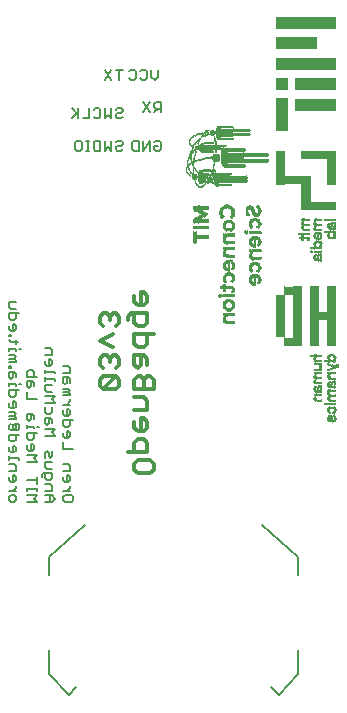
<source format=gbo>
G75*
%MOIN*%
%OFA0B0*%
%FSLAX25Y25*%
%IPPOS*%
%LPD*%
%AMOC8*
5,1,8,0,0,1.08239X$1,22.5*
%
%ADD10R,0.00100X0.01100*%
%ADD11R,0.00100X0.01200*%
%ADD12R,0.00100X0.01300*%
%ADD13R,0.00100X0.01400*%
%ADD14R,0.00100X0.01500*%
%ADD15R,0.00100X0.01000*%
%ADD16R,0.00100X0.00400*%
%ADD17R,0.00100X0.00200*%
%ADD18R,0.00100X0.00800*%
%ADD19R,0.00100X0.00900*%
%ADD20R,0.00100X0.19900*%
%ADD21R,0.00100X0.02800*%
%ADD22R,0.00100X0.11400*%
%ADD23R,0.00100X0.01700*%
%ADD24R,0.00100X0.01600*%
%ADD25R,0.00100X0.02900*%
%ADD26R,0.00100X0.04200*%
%ADD27R,0.00100X0.04100*%
%ADD28R,0.00100X0.02000*%
%ADD29R,0.00100X0.01800*%
%ADD30R,0.00100X0.02500*%
%ADD31R,0.00100X0.02400*%
%ADD32R,0.00100X0.02200*%
%ADD33R,0.00100X0.02600*%
%ADD34R,0.00100X0.02300*%
%ADD35R,0.00100X0.02700*%
%ADD36R,0.00100X0.00700*%
%ADD37R,0.00100X0.02100*%
%ADD38R,0.00100X0.01900*%
%ADD39R,0.00100X0.04000*%
%ADD40R,0.00100X0.00600*%
%ADD41R,0.00100X0.00100*%
%ADD42R,0.00100X0.19700*%
%ADD43R,0.00100X0.11300*%
%ADD44R,0.00100X0.11000*%
%ADD45R,0.00100X0.19800*%
%ADD46R,0.00100X0.14300*%
%ADD47R,0.00100X0.14200*%
%ADD48C,0.00600*%
%ADD49R,0.00200X0.00800*%
%ADD50R,0.00200X0.01000*%
%ADD51R,0.00200X0.01200*%
%ADD52R,0.00200X0.01400*%
%ADD53R,0.00200X0.01600*%
%ADD54R,0.00200X0.00600*%
%ADD55R,0.00200X0.02000*%
%ADD56R,0.00200X0.01800*%
%ADD57R,0.00200X0.02800*%
%ADD58R,0.00200X0.02400*%
%ADD59R,0.00200X0.02600*%
%ADD60R,0.00200X0.03400*%
%ADD61R,0.00200X0.03000*%
%ADD62R,0.00200X0.03600*%
%ADD63R,0.00200X0.03200*%
%ADD64R,0.00200X0.04000*%
%ADD65R,0.00200X0.00400*%
%ADD66R,0.00200X0.00200*%
%ADD67R,0.00200X0.03800*%
%ADD68R,0.00200X0.02200*%
%ADD69R,0.00200X0.04200*%
%ADD70R,0.00200X0.06400*%
%ADD71R,0.00200X0.06600*%
%ADD72R,0.00200X0.06200*%
%ADD73R,0.00200X0.06000*%
%ADD74R,0.00200X0.05600*%
%ADD75R,0.00200X0.04600*%
%ADD76R,0.00200X0.04400*%
%ADD77R,0.00200X0.05000*%
%ADD78R,0.00200X0.05200*%
%ADD79R,0.00200X0.04800*%
%ADD80C,0.01200*%
%ADD81C,0.00800*%
D10*
X0104558Y0179135D03*
X0104558Y0180735D03*
X0106358Y0174435D03*
X0107958Y0172735D03*
X0108558Y0173235D03*
X0108558Y0171635D03*
X0109858Y0171635D03*
X0110058Y0169035D03*
X0109458Y0168935D03*
X0110558Y0175435D03*
X0108558Y0177635D03*
X0108658Y0179135D03*
X0114458Y0176635D03*
X0113139Y0135456D03*
X0113139Y0133856D03*
X0114739Y0131656D03*
X0114839Y0131656D03*
X0114939Y0131656D03*
X0115939Y0132256D03*
X0113139Y0128056D03*
X0113139Y0123756D03*
X0113239Y0122256D03*
X0113139Y0120756D03*
X0114639Y0125256D03*
X0109839Y0131056D03*
X0110439Y0132156D03*
X0109839Y0132556D03*
X0108539Y0133956D03*
X0108639Y0135456D03*
X0108539Y0129556D03*
X0108639Y0128056D03*
X0107939Y0126856D03*
X0109439Y0125056D03*
X0107939Y0121156D03*
X0108539Y0120756D03*
D11*
X0108539Y0122206D03*
X0110039Y0123706D03*
X0110439Y0124806D03*
X0112639Y0122706D03*
X0114039Y0126606D03*
X0115039Y0126306D03*
X0113139Y0129506D03*
X0114539Y0133906D03*
X0115039Y0134906D03*
X0114539Y0135406D03*
X0115839Y0132206D03*
X0115139Y0117306D03*
X0114139Y0114006D03*
X0108039Y0128506D03*
X0108539Y0135406D03*
X0110058Y0167585D03*
X0110458Y0172685D03*
X0113158Y0176585D03*
X0114058Y0179385D03*
X0114658Y0178085D03*
X0115058Y0175485D03*
X0114558Y0175085D03*
X0108558Y0180685D03*
X0106258Y0174485D03*
X0105858Y0174585D03*
X0103958Y0177985D03*
X0103958Y0179585D03*
D12*
X0105958Y0174535D03*
X0106058Y0174535D03*
X0106158Y0174535D03*
X0107958Y0175435D03*
X0108058Y0172735D03*
X0110458Y0168635D03*
X0114558Y0176535D03*
X0115058Y0179135D03*
X0108058Y0179635D03*
X0112639Y0134956D03*
X0114539Y0131656D03*
X0114639Y0131656D03*
X0115739Y0132156D03*
X0112639Y0128456D03*
X0113539Y0125356D03*
X0112639Y0121056D03*
X0112539Y0117356D03*
X0113439Y0115156D03*
X0115139Y0114556D03*
X0108039Y0121156D03*
X0108039Y0126856D03*
X0108039Y0134256D03*
D13*
X0108139Y0128506D03*
X0108539Y0128006D03*
X0109339Y0124906D03*
X0110339Y0124806D03*
X0112539Y0125906D03*
X0113939Y0126406D03*
X0112739Y0122706D03*
X0113139Y0122206D03*
X0112539Y0114606D03*
X0114439Y0131706D03*
X0115539Y0132106D03*
X0115639Y0132106D03*
X0110358Y0168685D03*
X0112658Y0175485D03*
X0113558Y0178185D03*
X0113958Y0179185D03*
X0112558Y0178685D03*
X0108558Y0179085D03*
X0108158Y0179585D03*
X0108058Y0177985D03*
X0104058Y0177985D03*
X0104058Y0179585D03*
D14*
X0108158Y0177935D03*
X0110458Y0175435D03*
X0110358Y0172735D03*
X0109358Y0168735D03*
X0108958Y0167735D03*
X0107958Y0168235D03*
X0114939Y0134956D03*
X0115439Y0132056D03*
X0114339Y0131656D03*
X0114239Y0131656D03*
X0112739Y0128456D03*
X0114939Y0126356D03*
X0112739Y0121056D03*
X0108939Y0123856D03*
X0107939Y0124356D03*
X0108139Y0126856D03*
X0108139Y0121156D03*
X0110339Y0132156D03*
D15*
X0109739Y0131006D03*
X0108639Y0129606D03*
X0107939Y0128506D03*
X0108539Y0126506D03*
X0110039Y0125206D03*
X0109939Y0123606D03*
X0109839Y0123606D03*
X0108839Y0123606D03*
X0108639Y0122306D03*
X0108639Y0120706D03*
X0112539Y0121106D03*
X0112539Y0122706D03*
X0113239Y0123806D03*
X0113039Y0125206D03*
X0113039Y0126606D03*
X0113239Y0128006D03*
X0112539Y0128406D03*
X0113239Y0129606D03*
X0113339Y0129606D03*
X0115239Y0131706D03*
X0115339Y0131806D03*
X0114439Y0133806D03*
X0114339Y0133806D03*
X0113239Y0133806D03*
X0112539Y0134906D03*
X0113239Y0135506D03*
X0114239Y0135606D03*
X0114439Y0135506D03*
X0112639Y0132606D03*
X0114639Y0126706D03*
X0115139Y0126306D03*
X0113139Y0118106D03*
X0114539Y0116606D03*
X0114639Y0115306D03*
X0107939Y0134306D03*
X0108739Y0135506D03*
X0108858Y0167485D03*
X0109958Y0167485D03*
X0109558Y0169085D03*
X0110458Y0170285D03*
X0109758Y0171585D03*
X0108658Y0171585D03*
X0108658Y0173285D03*
X0108858Y0173385D03*
X0109558Y0173385D03*
X0109858Y0173285D03*
X0109958Y0174685D03*
X0109958Y0176185D03*
X0108458Y0176185D03*
X0108458Y0174785D03*
X0107958Y0177985D03*
X0107958Y0179585D03*
X0108658Y0180785D03*
X0108758Y0180785D03*
X0106458Y0174385D03*
X0104558Y0177585D03*
X0103858Y0177985D03*
X0104658Y0180785D03*
X0106958Y0170285D03*
X0107858Y0168185D03*
X0113158Y0174985D03*
X0112558Y0175485D03*
X0113258Y0176685D03*
X0113358Y0176685D03*
X0114258Y0176685D03*
X0114358Y0176685D03*
X0114558Y0177985D03*
X0113458Y0177985D03*
X0114158Y0179585D03*
X0114658Y0179585D03*
X0115158Y0175485D03*
X0114458Y0174985D03*
X0114358Y0174885D03*
D16*
X0103758Y0177985D03*
X0103758Y0179585D03*
X0115239Y0117306D03*
X0115239Y0114606D03*
D17*
X0115239Y0134906D03*
D18*
X0115139Y0133706D03*
X0115039Y0133706D03*
X0114939Y0133706D03*
X0114039Y0133706D03*
X0113939Y0133706D03*
X0113839Y0133706D03*
X0113739Y0133706D03*
X0113639Y0133706D03*
X0112639Y0133706D03*
X0111439Y0133706D03*
X0110539Y0133806D03*
X0110339Y0133806D03*
X0110239Y0133806D03*
X0110139Y0133806D03*
X0110039Y0133806D03*
X0109939Y0133806D03*
X0109839Y0133806D03*
X0109739Y0133806D03*
X0109639Y0133806D03*
X0109539Y0133806D03*
X0109439Y0133806D03*
X0109339Y0133806D03*
X0109239Y0133806D03*
X0109139Y0133806D03*
X0109039Y0133806D03*
X0108939Y0133806D03*
X0108839Y0133806D03*
X0110539Y0135506D03*
X0110539Y0130906D03*
X0110439Y0130906D03*
X0110339Y0130906D03*
X0109339Y0130906D03*
X0109339Y0129706D03*
X0109239Y0129706D03*
X0109139Y0129706D03*
X0109039Y0129706D03*
X0108939Y0129706D03*
X0109439Y0129706D03*
X0109539Y0129706D03*
X0109639Y0129706D03*
X0109739Y0129706D03*
X0109839Y0129706D03*
X0109939Y0129706D03*
X0110039Y0129706D03*
X0110139Y0129706D03*
X0110239Y0129706D03*
X0110339Y0129706D03*
X0110439Y0129706D03*
X0110539Y0129706D03*
X0110539Y0126406D03*
X0110439Y0126406D03*
X0110339Y0126406D03*
X0110239Y0126406D03*
X0110139Y0126406D03*
X0110039Y0126406D03*
X0109939Y0126406D03*
X0109839Y0126406D03*
X0109739Y0126406D03*
X0109639Y0126406D03*
X0109539Y0126406D03*
X0109439Y0126406D03*
X0109339Y0126406D03*
X0109239Y0126406D03*
X0109139Y0126406D03*
X0109039Y0126406D03*
X0108939Y0126406D03*
X0108839Y0126406D03*
X0108739Y0126406D03*
X0108639Y0125206D03*
X0109739Y0125306D03*
X0109839Y0125306D03*
X0110439Y0123506D03*
X0110539Y0123506D03*
X0108539Y0123606D03*
X0108139Y0122406D03*
X0108039Y0122406D03*
X0108939Y0120606D03*
X0109039Y0120606D03*
X0109139Y0120606D03*
X0109239Y0120606D03*
X0109339Y0120606D03*
X0109439Y0120606D03*
X0109539Y0120606D03*
X0109639Y0120606D03*
X0109739Y0120606D03*
X0109839Y0120606D03*
X0109939Y0120606D03*
X0110039Y0120606D03*
X0110139Y0120606D03*
X0110239Y0120606D03*
X0110339Y0120606D03*
X0110539Y0120606D03*
X0111439Y0119406D03*
X0111539Y0119406D03*
X0111639Y0119406D03*
X0111739Y0119406D03*
X0111839Y0119406D03*
X0111939Y0119406D03*
X0112039Y0119406D03*
X0112539Y0119406D03*
X0112639Y0119406D03*
X0112739Y0119406D03*
X0112839Y0119406D03*
X0112939Y0119406D03*
X0113039Y0119406D03*
X0113139Y0119406D03*
X0113239Y0119406D03*
X0113339Y0119406D03*
X0113439Y0119406D03*
X0113539Y0119406D03*
X0113639Y0119406D03*
X0113739Y0119406D03*
X0113839Y0119406D03*
X0113939Y0119406D03*
X0114039Y0119406D03*
X0114139Y0119406D03*
X0114239Y0119406D03*
X0114339Y0119406D03*
X0114439Y0119406D03*
X0114539Y0119406D03*
X0114639Y0119406D03*
X0114739Y0119406D03*
X0114839Y0119406D03*
X0114939Y0119406D03*
X0115039Y0119406D03*
X0115139Y0119406D03*
X0115139Y0120606D03*
X0115039Y0120606D03*
X0114939Y0120606D03*
X0114839Y0120606D03*
X0114739Y0120606D03*
X0114639Y0120606D03*
X0114539Y0120606D03*
X0114439Y0120606D03*
X0114339Y0120606D03*
X0114239Y0120606D03*
X0114139Y0120606D03*
X0114039Y0120606D03*
X0113939Y0120606D03*
X0113839Y0120606D03*
X0113739Y0120606D03*
X0113639Y0120606D03*
X0113539Y0120606D03*
X0113439Y0120606D03*
X0115139Y0122306D03*
X0115139Y0123906D03*
X0115039Y0123906D03*
X0114939Y0123906D03*
X0114839Y0123906D03*
X0114739Y0123906D03*
X0114639Y0123906D03*
X0114539Y0123906D03*
X0114439Y0123906D03*
X0114339Y0123906D03*
X0114239Y0123906D03*
X0114139Y0123906D03*
X0114039Y0123906D03*
X0113939Y0123906D03*
X0113839Y0123906D03*
X0113739Y0123906D03*
X0113639Y0123906D03*
X0113539Y0123906D03*
X0113439Y0123906D03*
X0112739Y0123906D03*
X0112639Y0123906D03*
X0112539Y0123906D03*
X0113239Y0125106D03*
X0113339Y0125106D03*
X0113939Y0125106D03*
X0114039Y0125106D03*
X0114139Y0125106D03*
X0114239Y0125106D03*
X0114339Y0125106D03*
X0114939Y0125106D03*
X0115139Y0125006D03*
X0114539Y0126806D03*
X0114439Y0126806D03*
X0114339Y0126806D03*
X0114239Y0126806D03*
X0113239Y0126706D03*
X0112439Y0125906D03*
X0112539Y0129706D03*
X0112639Y0129706D03*
X0112739Y0129706D03*
X0112739Y0130806D03*
X0113039Y0130906D03*
X0113139Y0130906D03*
X0113239Y0131006D03*
X0113339Y0131006D03*
X0113439Y0131006D03*
X0113539Y0131106D03*
X0113639Y0131106D03*
X0113739Y0131106D03*
X0113939Y0131206D03*
X0114039Y0131206D03*
X0114039Y0132106D03*
X0113939Y0132106D03*
X0113839Y0132206D03*
X0113739Y0132206D03*
X0113539Y0132306D03*
X0113439Y0132306D03*
X0115139Y0129706D03*
X0115139Y0127906D03*
X0114339Y0115506D03*
X0113239Y0115406D03*
X0113139Y0115406D03*
X0112439Y0114606D03*
X0113039Y0113906D03*
X0113139Y0113806D03*
X0113239Y0113806D03*
X0114339Y0113806D03*
X0114439Y0113806D03*
X0114539Y0113806D03*
X0108139Y0129706D03*
X0108039Y0129706D03*
X0107939Y0129706D03*
X0110458Y0167385D03*
X0110558Y0167385D03*
X0109758Y0169185D03*
X0109758Y0170285D03*
X0109858Y0170285D03*
X0109958Y0170285D03*
X0110058Y0170285D03*
X0110158Y0170285D03*
X0110258Y0170285D03*
X0110358Y0170285D03*
X0110558Y0170285D03*
X0109658Y0170285D03*
X0109558Y0170285D03*
X0109458Y0170285D03*
X0109358Y0170285D03*
X0109258Y0170285D03*
X0109158Y0170285D03*
X0109058Y0170285D03*
X0108958Y0170285D03*
X0108858Y0170285D03*
X0108758Y0170285D03*
X0108658Y0170285D03*
X0108558Y0170285D03*
X0108458Y0170285D03*
X0108358Y0170285D03*
X0108258Y0170285D03*
X0108158Y0170285D03*
X0108058Y0170285D03*
X0107958Y0170285D03*
X0107458Y0170285D03*
X0107358Y0170285D03*
X0107258Y0170285D03*
X0107158Y0170285D03*
X0107058Y0170285D03*
X0106858Y0170285D03*
X0106858Y0171485D03*
X0107058Y0171485D03*
X0107158Y0171485D03*
X0107258Y0171485D03*
X0107358Y0171485D03*
X0107458Y0171485D03*
X0107558Y0171485D03*
X0107658Y0171485D03*
X0107758Y0171485D03*
X0107858Y0171485D03*
X0107958Y0171485D03*
X0108058Y0171485D03*
X0108958Y0171485D03*
X0109058Y0171485D03*
X0109158Y0171485D03*
X0109258Y0171485D03*
X0109358Y0171485D03*
X0109458Y0171485D03*
X0110358Y0171485D03*
X0110558Y0171485D03*
X0108758Y0174585D03*
X0107858Y0175485D03*
X0108858Y0176385D03*
X0109458Y0176385D03*
X0109558Y0176385D03*
X0108958Y0177485D03*
X0110558Y0177485D03*
X0111458Y0176685D03*
X0110558Y0179185D03*
X0110558Y0180785D03*
X0111458Y0180785D03*
X0113158Y0179485D03*
X0113258Y0179585D03*
X0114358Y0179685D03*
X0114458Y0179685D03*
X0115158Y0180785D03*
X0115158Y0177885D03*
X0115058Y0177885D03*
X0115158Y0176685D03*
X0113958Y0174785D03*
X0113858Y0174785D03*
X0113758Y0174785D03*
X0108558Y0167485D03*
X0107858Y0172685D03*
X0105758Y0174785D03*
X0105658Y0174785D03*
X0105558Y0174785D03*
X0105458Y0174785D03*
X0105358Y0174785D03*
X0105258Y0174785D03*
X0105158Y0174785D03*
X0105058Y0174785D03*
X0104958Y0174785D03*
X0104858Y0174785D03*
X0104758Y0174785D03*
X0104658Y0174785D03*
X0104558Y0174785D03*
X0104458Y0174785D03*
X0103758Y0174785D03*
X0103658Y0174785D03*
X0103558Y0174785D03*
X0103458Y0174785D03*
X0103358Y0174785D03*
X0103258Y0174785D03*
X0103158Y0174785D03*
X0103058Y0174785D03*
X0102958Y0174785D03*
X0103458Y0176285D03*
X0103858Y0180785D03*
X0106458Y0180785D03*
X0106458Y0177485D03*
D19*
X0106358Y0177535D03*
X0106258Y0177535D03*
X0106158Y0177535D03*
X0106058Y0177535D03*
X0105958Y0177535D03*
X0105858Y0177535D03*
X0105758Y0177535D03*
X0105658Y0177535D03*
X0105558Y0177535D03*
X0105458Y0177535D03*
X0105358Y0177535D03*
X0105258Y0177535D03*
X0105158Y0177535D03*
X0105058Y0177535D03*
X0104958Y0177535D03*
X0104858Y0177535D03*
X0104758Y0177535D03*
X0104658Y0177535D03*
X0104658Y0176235D03*
X0104758Y0176235D03*
X0104858Y0176235D03*
X0104958Y0176235D03*
X0105058Y0176235D03*
X0105158Y0176235D03*
X0105258Y0176235D03*
X0105358Y0176235D03*
X0105458Y0176235D03*
X0105558Y0176235D03*
X0105658Y0176235D03*
X0105758Y0176235D03*
X0105858Y0176235D03*
X0105958Y0176235D03*
X0106058Y0176235D03*
X0106158Y0176235D03*
X0106258Y0176235D03*
X0106358Y0176235D03*
X0106458Y0176235D03*
X0106458Y0179135D03*
X0106358Y0179135D03*
X0106258Y0179135D03*
X0106158Y0179135D03*
X0106058Y0179135D03*
X0105958Y0179135D03*
X0105858Y0179135D03*
X0105758Y0179135D03*
X0105658Y0179135D03*
X0105558Y0179135D03*
X0105458Y0179135D03*
X0105358Y0179135D03*
X0105258Y0179135D03*
X0105158Y0179135D03*
X0105058Y0179135D03*
X0104958Y0179135D03*
X0104858Y0179135D03*
X0104758Y0179135D03*
X0104658Y0179135D03*
X0103858Y0179635D03*
X0103958Y0180835D03*
X0104058Y0180835D03*
X0104758Y0180835D03*
X0104858Y0180835D03*
X0104958Y0180835D03*
X0105058Y0180835D03*
X0105158Y0180835D03*
X0105258Y0180835D03*
X0105358Y0180835D03*
X0105458Y0180835D03*
X0105558Y0180835D03*
X0105658Y0180835D03*
X0105758Y0180835D03*
X0105858Y0180835D03*
X0105958Y0180835D03*
X0106058Y0180835D03*
X0106158Y0180835D03*
X0106258Y0180835D03*
X0106358Y0180835D03*
X0107958Y0180835D03*
X0108058Y0180835D03*
X0108158Y0180835D03*
X0108858Y0180835D03*
X0108958Y0180835D03*
X0109058Y0180835D03*
X0109158Y0180835D03*
X0109258Y0180835D03*
X0109358Y0180835D03*
X0109458Y0180835D03*
X0109558Y0180835D03*
X0109658Y0180835D03*
X0109758Y0180835D03*
X0109858Y0180835D03*
X0109958Y0180835D03*
X0110058Y0180835D03*
X0110158Y0180835D03*
X0110258Y0180835D03*
X0110358Y0180835D03*
X0110458Y0180835D03*
X0111558Y0180835D03*
X0111658Y0180835D03*
X0111758Y0180835D03*
X0111858Y0180835D03*
X0111958Y0180835D03*
X0112058Y0180835D03*
X0112158Y0180835D03*
X0112258Y0180835D03*
X0112358Y0180835D03*
X0112458Y0180835D03*
X0112558Y0180835D03*
X0112658Y0180835D03*
X0112758Y0180835D03*
X0112858Y0180835D03*
X0112958Y0180835D03*
X0113058Y0180835D03*
X0113158Y0180835D03*
X0113258Y0180835D03*
X0113358Y0180835D03*
X0113458Y0180835D03*
X0113558Y0180835D03*
X0113658Y0180835D03*
X0113758Y0180835D03*
X0113858Y0180835D03*
X0113958Y0180835D03*
X0114058Y0180835D03*
X0114158Y0180835D03*
X0114258Y0180835D03*
X0114358Y0180835D03*
X0114458Y0180835D03*
X0114558Y0180835D03*
X0114658Y0180835D03*
X0114758Y0180835D03*
X0114858Y0180835D03*
X0114958Y0180835D03*
X0115058Y0180835D03*
X0114558Y0179635D03*
X0114258Y0179635D03*
X0115158Y0179135D03*
X0114458Y0177935D03*
X0114358Y0177935D03*
X0114258Y0177935D03*
X0114158Y0177935D03*
X0114058Y0177935D03*
X0113958Y0177935D03*
X0113358Y0177935D03*
X0113258Y0177935D03*
X0113158Y0177935D03*
X0113058Y0178035D03*
X0112458Y0178735D03*
X0113058Y0179435D03*
X0113458Y0176735D03*
X0113558Y0176735D03*
X0113658Y0176735D03*
X0113758Y0176735D03*
X0113858Y0176735D03*
X0113958Y0176735D03*
X0114058Y0176735D03*
X0114158Y0176735D03*
X0115058Y0176735D03*
X0114258Y0174835D03*
X0114158Y0174835D03*
X0114058Y0174835D03*
X0113658Y0174835D03*
X0113558Y0174835D03*
X0113458Y0174835D03*
X0113358Y0174835D03*
X0113258Y0174935D03*
X0112658Y0176735D03*
X0112558Y0176735D03*
X0112458Y0176735D03*
X0112358Y0176735D03*
X0112258Y0176735D03*
X0112158Y0176735D03*
X0112058Y0176735D03*
X0111958Y0176735D03*
X0111858Y0176735D03*
X0111758Y0176735D03*
X0111658Y0176735D03*
X0111558Y0176735D03*
X0110458Y0177535D03*
X0110358Y0177535D03*
X0110258Y0177535D03*
X0110158Y0177535D03*
X0110058Y0177535D03*
X0109958Y0177535D03*
X0109858Y0177535D03*
X0109758Y0177535D03*
X0109658Y0177535D03*
X0109558Y0177535D03*
X0109458Y0177535D03*
X0109358Y0177535D03*
X0109258Y0177535D03*
X0109158Y0177535D03*
X0109058Y0177535D03*
X0108858Y0177535D03*
X0108758Y0177535D03*
X0108658Y0177535D03*
X0108658Y0176335D03*
X0108758Y0176335D03*
X0108558Y0176235D03*
X0109658Y0176335D03*
X0109758Y0176335D03*
X0109858Y0176235D03*
X0109858Y0174535D03*
X0108858Y0174535D03*
X0108658Y0174635D03*
X0108558Y0174635D03*
X0108958Y0173435D03*
X0109058Y0173435D03*
X0109158Y0173435D03*
X0109258Y0173435D03*
X0109358Y0173435D03*
X0109458Y0173435D03*
X0109658Y0173335D03*
X0109758Y0173335D03*
X0110558Y0172735D03*
X0110458Y0171435D03*
X0109658Y0171535D03*
X0109558Y0171535D03*
X0108858Y0171535D03*
X0108758Y0171535D03*
X0108758Y0173335D03*
X0106958Y0171435D03*
X0108558Y0169035D03*
X0108658Y0169035D03*
X0108458Y0168935D03*
X0109658Y0169135D03*
X0109858Y0169135D03*
X0109958Y0169135D03*
X0110558Y0168635D03*
X0110358Y0167435D03*
X0109858Y0167435D03*
X0109758Y0167435D03*
X0109658Y0167435D03*
X0109558Y0167435D03*
X0109458Y0167435D03*
X0109358Y0167435D03*
X0108758Y0167435D03*
X0108658Y0167435D03*
X0108458Y0167535D03*
X0104558Y0176235D03*
X0104458Y0176235D03*
X0104358Y0176235D03*
X0104258Y0176235D03*
X0104158Y0176235D03*
X0104058Y0176235D03*
X0103958Y0176235D03*
X0103858Y0176235D03*
X0103358Y0176235D03*
X0103258Y0176235D03*
X0103158Y0176235D03*
X0103058Y0176235D03*
X0102958Y0176235D03*
X0102858Y0176235D03*
X0108758Y0179135D03*
X0108858Y0179135D03*
X0108958Y0179135D03*
X0109058Y0179135D03*
X0109158Y0179135D03*
X0109258Y0179135D03*
X0109358Y0179135D03*
X0109458Y0179135D03*
X0109558Y0179135D03*
X0109658Y0179135D03*
X0109758Y0179135D03*
X0109858Y0179135D03*
X0109958Y0179135D03*
X0110058Y0179135D03*
X0110158Y0179135D03*
X0110258Y0179135D03*
X0110358Y0179135D03*
X0110458Y0179135D03*
X0110439Y0135556D03*
X0110339Y0135556D03*
X0110239Y0135556D03*
X0110139Y0135556D03*
X0110039Y0135556D03*
X0109939Y0135556D03*
X0109839Y0135556D03*
X0109739Y0135556D03*
X0109639Y0135556D03*
X0109539Y0135556D03*
X0109439Y0135556D03*
X0109339Y0135556D03*
X0109239Y0135556D03*
X0109139Y0135556D03*
X0109039Y0135556D03*
X0108939Y0135556D03*
X0108839Y0135556D03*
X0108039Y0135556D03*
X0107939Y0135556D03*
X0107839Y0135556D03*
X0107739Y0135556D03*
X0107639Y0135556D03*
X0107539Y0135556D03*
X0107439Y0135556D03*
X0107339Y0135556D03*
X0107239Y0135556D03*
X0107139Y0135556D03*
X0107039Y0135556D03*
X0106939Y0135556D03*
X0106839Y0135556D03*
X0107939Y0132656D03*
X0108039Y0132656D03*
X0108139Y0132656D03*
X0108239Y0132656D03*
X0108339Y0132656D03*
X0108439Y0132656D03*
X0108539Y0132656D03*
X0108639Y0132656D03*
X0108739Y0132656D03*
X0108839Y0132656D03*
X0108939Y0132656D03*
X0109039Y0132656D03*
X0109139Y0132656D03*
X0109239Y0132656D03*
X0109339Y0132656D03*
X0109439Y0132656D03*
X0109539Y0132656D03*
X0109639Y0132656D03*
X0109739Y0132656D03*
X0110539Y0132156D03*
X0109639Y0130956D03*
X0109539Y0130956D03*
X0109439Y0130956D03*
X0109239Y0130956D03*
X0109139Y0130956D03*
X0109039Y0130956D03*
X0108939Y0130956D03*
X0108839Y0130956D03*
X0108739Y0130956D03*
X0108639Y0130956D03*
X0108539Y0130956D03*
X0108439Y0130956D03*
X0108339Y0130956D03*
X0108239Y0130956D03*
X0108139Y0130956D03*
X0108039Y0130956D03*
X0107939Y0130956D03*
X0108739Y0129656D03*
X0108839Y0129656D03*
X0108839Y0128056D03*
X0108739Y0128056D03*
X0108939Y0128056D03*
X0109039Y0128056D03*
X0109139Y0128056D03*
X0109239Y0128056D03*
X0109339Y0128056D03*
X0109439Y0128056D03*
X0109539Y0128056D03*
X0109639Y0128056D03*
X0109739Y0128056D03*
X0109839Y0128056D03*
X0109939Y0128056D03*
X0110039Y0128056D03*
X0110139Y0128056D03*
X0110239Y0128056D03*
X0110339Y0128056D03*
X0110439Y0128056D03*
X0108639Y0126456D03*
X0108539Y0125156D03*
X0108439Y0125056D03*
X0107839Y0124356D03*
X0108439Y0123656D03*
X0108639Y0123556D03*
X0108739Y0123556D03*
X0109339Y0123556D03*
X0109439Y0123556D03*
X0109539Y0123556D03*
X0109639Y0123556D03*
X0109739Y0123556D03*
X0110339Y0123556D03*
X0110339Y0122356D03*
X0110239Y0122356D03*
X0110139Y0122356D03*
X0110039Y0122356D03*
X0109939Y0122356D03*
X0109839Y0122356D03*
X0109739Y0122356D03*
X0109639Y0122356D03*
X0109539Y0122356D03*
X0109439Y0122356D03*
X0109339Y0122356D03*
X0109239Y0122356D03*
X0109139Y0122356D03*
X0109039Y0122356D03*
X0108939Y0122356D03*
X0108839Y0122356D03*
X0108739Y0122356D03*
X0107939Y0122356D03*
X0108739Y0120656D03*
X0108839Y0120656D03*
X0110439Y0120656D03*
X0110439Y0122356D03*
X0110539Y0124756D03*
X0109939Y0125256D03*
X0109639Y0125256D03*
X0109539Y0125256D03*
X0113139Y0125156D03*
X0113439Y0125156D03*
X0114439Y0125156D03*
X0114539Y0125156D03*
X0115039Y0125056D03*
X0114139Y0126756D03*
X0113139Y0126656D03*
X0113339Y0127956D03*
X0113439Y0127956D03*
X0113539Y0127956D03*
X0113639Y0127956D03*
X0113739Y0127956D03*
X0113839Y0127956D03*
X0113939Y0127956D03*
X0114039Y0127956D03*
X0114139Y0127956D03*
X0114239Y0127956D03*
X0114339Y0127956D03*
X0114439Y0127956D03*
X0114539Y0127956D03*
X0114639Y0127956D03*
X0114739Y0127956D03*
X0114839Y0127956D03*
X0114939Y0127956D03*
X0115039Y0127956D03*
X0115039Y0129656D03*
X0114939Y0129656D03*
X0114839Y0129656D03*
X0114739Y0129656D03*
X0114639Y0129656D03*
X0114539Y0129656D03*
X0114439Y0129656D03*
X0114339Y0129656D03*
X0114239Y0129656D03*
X0114139Y0129656D03*
X0114039Y0129656D03*
X0113939Y0129656D03*
X0113839Y0129656D03*
X0113739Y0129656D03*
X0113639Y0129656D03*
X0113539Y0129656D03*
X0113439Y0129656D03*
X0112939Y0130856D03*
X0112839Y0130856D03*
X0112639Y0130756D03*
X0112539Y0130756D03*
X0113839Y0131156D03*
X0113639Y0132256D03*
X0113339Y0132356D03*
X0113239Y0132356D03*
X0113139Y0132456D03*
X0113039Y0132456D03*
X0112939Y0132456D03*
X0112839Y0132556D03*
X0112739Y0132556D03*
X0112539Y0132656D03*
X0112539Y0133756D03*
X0112439Y0133756D03*
X0112339Y0133756D03*
X0112239Y0133756D03*
X0112139Y0133756D03*
X0112039Y0133756D03*
X0111939Y0133756D03*
X0111839Y0133756D03*
X0111739Y0133756D03*
X0111639Y0133756D03*
X0111539Y0133756D03*
X0110439Y0133756D03*
X0108739Y0133856D03*
X0108639Y0133856D03*
X0113339Y0133756D03*
X0113439Y0133756D03*
X0113539Y0133756D03*
X0114139Y0133756D03*
X0114239Y0133756D03*
X0115139Y0134956D03*
X0114339Y0135556D03*
X0114139Y0135656D03*
X0114039Y0135656D03*
X0113939Y0135656D03*
X0113839Y0135656D03*
X0113739Y0135656D03*
X0113639Y0135656D03*
X0113539Y0135656D03*
X0113439Y0135656D03*
X0113339Y0135556D03*
X0115039Y0131656D03*
X0115139Y0131656D03*
X0113339Y0123856D03*
X0113339Y0122256D03*
X0113439Y0122256D03*
X0113539Y0122256D03*
X0113639Y0122256D03*
X0113739Y0122256D03*
X0113839Y0122256D03*
X0113939Y0122256D03*
X0114039Y0122256D03*
X0114139Y0122256D03*
X0114239Y0122256D03*
X0114339Y0122256D03*
X0114439Y0122256D03*
X0114539Y0122256D03*
X0114639Y0122256D03*
X0114739Y0122256D03*
X0114839Y0122256D03*
X0114939Y0122256D03*
X0115039Y0122256D03*
X0113339Y0120656D03*
X0113239Y0120656D03*
X0113339Y0118256D03*
X0113439Y0118256D03*
X0113539Y0118256D03*
X0113639Y0118256D03*
X0113739Y0118256D03*
X0113839Y0118256D03*
X0113939Y0118256D03*
X0114039Y0118256D03*
X0114139Y0118256D03*
X0114239Y0118256D03*
X0114339Y0118156D03*
X0114439Y0118156D03*
X0114539Y0118056D03*
X0114439Y0116556D03*
X0114339Y0116456D03*
X0114239Y0116456D03*
X0113339Y0116456D03*
X0113239Y0116556D03*
X0113139Y0116556D03*
X0113039Y0115356D03*
X0113339Y0115356D03*
X0114439Y0115456D03*
X0114539Y0115356D03*
X0114639Y0113856D03*
X0114239Y0113856D03*
X0113239Y0118156D03*
D20*
X0113239Y0148756D03*
X0113139Y0148756D03*
X0113039Y0148756D03*
X0112939Y0148756D03*
X0112839Y0148756D03*
X0112739Y0148756D03*
X0112639Y0148756D03*
X0112539Y0148756D03*
X0112439Y0148756D03*
X0112339Y0148756D03*
X0113339Y0148756D03*
X0113439Y0148756D03*
X0113539Y0148756D03*
X0113639Y0148756D03*
X0113739Y0148756D03*
X0113839Y0148756D03*
X0113939Y0148756D03*
X0114039Y0148756D03*
X0114139Y0148756D03*
X0114239Y0148756D03*
X0114339Y0148756D03*
X0114439Y0148756D03*
X0114539Y0148756D03*
X0114639Y0148756D03*
X0114739Y0148756D03*
X0114839Y0148756D03*
X0114939Y0148756D03*
X0115039Y0148756D03*
X0115139Y0148756D03*
X0109439Y0148756D03*
X0109339Y0148756D03*
X0109239Y0148756D03*
X0109139Y0148756D03*
X0109039Y0148756D03*
X0108939Y0148756D03*
X0108839Y0148756D03*
X0108739Y0148756D03*
X0108639Y0148756D03*
X0108539Y0148756D03*
X0108439Y0148756D03*
X0108339Y0148756D03*
X0108239Y0148756D03*
X0108139Y0148756D03*
X0108039Y0148756D03*
X0107939Y0148756D03*
X0107839Y0148756D03*
X0107739Y0148756D03*
X0107639Y0148756D03*
X0107539Y0148756D03*
X0107439Y0148756D03*
X0107339Y0148756D03*
X0107239Y0148756D03*
X0107139Y0148756D03*
X0107039Y0148756D03*
X0106939Y0148756D03*
X0106839Y0148756D03*
X0106739Y0148756D03*
X0103739Y0148756D03*
X0103639Y0148756D03*
X0103539Y0148756D03*
X0103439Y0148756D03*
X0103339Y0148756D03*
X0103239Y0148756D03*
X0103139Y0148756D03*
X0103039Y0148756D03*
X0102939Y0148756D03*
X0102839Y0148756D03*
X0102739Y0148756D03*
X0102639Y0148756D03*
X0102539Y0148756D03*
X0102439Y0148756D03*
X0102339Y0148756D03*
X0102239Y0148756D03*
X0102139Y0148756D03*
X0102039Y0148756D03*
X0101939Y0148756D03*
X0101839Y0148756D03*
X0101739Y0148756D03*
X0101639Y0148756D03*
X0101539Y0148756D03*
X0101439Y0148756D03*
X0101339Y0148756D03*
X0101239Y0148756D03*
X0101139Y0148756D03*
X0101039Y0148756D03*
D21*
X0100839Y0157293D03*
X0100739Y0157293D03*
X0100639Y0157293D03*
X0100539Y0157293D03*
X0100439Y0157293D03*
X0100339Y0157293D03*
X0100239Y0157293D03*
X0100139Y0157293D03*
X0100039Y0157293D03*
X0099939Y0157293D03*
X0099839Y0157293D03*
X0099739Y0157293D03*
X0099639Y0157293D03*
X0099539Y0157293D03*
X0099439Y0157293D03*
X0099339Y0157293D03*
X0099239Y0157293D03*
X0099139Y0157293D03*
X0099039Y0157293D03*
X0098939Y0157293D03*
X0098839Y0157293D03*
X0098739Y0157293D03*
X0098639Y0157293D03*
X0098539Y0157293D03*
X0098439Y0157293D03*
X0098339Y0157293D03*
X0098239Y0157293D03*
X0098239Y0140206D03*
X0098339Y0140206D03*
X0098439Y0140206D03*
X0098539Y0140206D03*
X0098639Y0140206D03*
X0098739Y0140206D03*
X0098839Y0140206D03*
X0098939Y0140206D03*
X0099039Y0140206D03*
X0099139Y0140206D03*
X0099239Y0140206D03*
X0099339Y0140206D03*
X0099439Y0140206D03*
X0099539Y0140206D03*
X0099639Y0140206D03*
X0099739Y0140206D03*
X0099839Y0140206D03*
X0099939Y0140206D03*
X0100039Y0140206D03*
X0100139Y0140206D03*
X0100239Y0140206D03*
X0100339Y0140206D03*
X0100439Y0140206D03*
X0100539Y0140206D03*
X0100639Y0140206D03*
X0100739Y0140206D03*
X0100839Y0140206D03*
X0109058Y0175485D03*
X0109158Y0175485D03*
X0109258Y0175485D03*
X0109358Y0175485D03*
X0106758Y0185485D03*
X0115158Y0185485D03*
X0098258Y0193985D03*
D22*
X0098058Y0198285D03*
X0097958Y0198285D03*
X0097858Y0198285D03*
X0097758Y0198285D03*
X0097658Y0198285D03*
X0097558Y0198285D03*
X0097458Y0198285D03*
X0097358Y0198285D03*
X0097258Y0198285D03*
X0097158Y0198285D03*
X0097058Y0198285D03*
X0096958Y0198285D03*
X0096858Y0198285D03*
X0096758Y0198285D03*
X0096658Y0198285D03*
X0096558Y0198285D03*
X0096458Y0198285D03*
X0096358Y0198285D03*
X0096258Y0198285D03*
X0096158Y0198285D03*
X0096058Y0198285D03*
X0095958Y0198285D03*
X0095858Y0198285D03*
X0095758Y0198285D03*
X0095658Y0198285D03*
X0095558Y0198285D03*
X0095458Y0198285D03*
X0095358Y0198285D03*
X0103858Y0189785D03*
X0103958Y0189785D03*
X0104058Y0189785D03*
X0104158Y0189785D03*
X0104258Y0189785D03*
X0104358Y0189785D03*
X0104458Y0189785D03*
X0104558Y0189785D03*
X0104658Y0189785D03*
X0104758Y0189785D03*
X0104858Y0189785D03*
X0104958Y0189785D03*
X0105058Y0189785D03*
X0105158Y0189785D03*
X0105258Y0189785D03*
X0105358Y0189785D03*
X0105458Y0189785D03*
X0105558Y0189785D03*
X0105658Y0189785D03*
X0105758Y0189785D03*
X0105858Y0189785D03*
X0105958Y0189785D03*
X0106058Y0189785D03*
X0106158Y0189785D03*
X0106258Y0189785D03*
X0106358Y0189785D03*
X0106458Y0189785D03*
X0106558Y0189785D03*
X0112358Y0198285D03*
X0112458Y0198285D03*
X0112558Y0198285D03*
X0112658Y0198285D03*
X0112758Y0198285D03*
X0112858Y0198285D03*
X0112958Y0198285D03*
X0113058Y0198285D03*
X0113158Y0198285D03*
X0113258Y0198285D03*
X0113358Y0198285D03*
X0113458Y0198285D03*
X0113558Y0198285D03*
X0113658Y0198285D03*
X0113758Y0198285D03*
X0113858Y0198285D03*
X0113958Y0198285D03*
X0114058Y0198285D03*
X0114158Y0198285D03*
X0114258Y0198285D03*
X0114358Y0198285D03*
X0114458Y0198285D03*
X0114558Y0198285D03*
X0114658Y0198285D03*
X0114758Y0198285D03*
X0114858Y0198285D03*
X0114958Y0198285D03*
X0115058Y0198285D03*
X0115158Y0198285D03*
D23*
X0112658Y0178735D03*
X0108058Y0175435D03*
X0104358Y0174735D03*
X0104258Y0174735D03*
X0104158Y0174735D03*
X0104058Y0174735D03*
X0103958Y0174735D03*
X0103858Y0174735D03*
X0114139Y0131656D03*
X0112639Y0125856D03*
X0108039Y0124356D03*
X0112639Y0114656D03*
X0114039Y0114256D03*
X0115039Y0114556D03*
D24*
X0115039Y0117306D03*
X0112639Y0117306D03*
X0104158Y0177985D03*
D25*
X0106858Y0185535D03*
X0106958Y0185535D03*
X0107058Y0185535D03*
X0107158Y0185535D03*
X0107258Y0185535D03*
X0107358Y0185535D03*
X0107458Y0185535D03*
X0107558Y0185535D03*
X0107658Y0185535D03*
X0107758Y0185535D03*
X0107858Y0185535D03*
X0107958Y0185535D03*
X0108058Y0185535D03*
X0108158Y0185535D03*
X0108258Y0185535D03*
X0108358Y0185535D03*
X0108458Y0185535D03*
X0108558Y0185535D03*
X0108658Y0185535D03*
X0108758Y0185535D03*
X0108858Y0185535D03*
X0108958Y0185535D03*
X0109058Y0185535D03*
X0109158Y0185535D03*
X0109258Y0185535D03*
X0109358Y0185535D03*
X0109458Y0185535D03*
X0109558Y0185535D03*
X0109658Y0185535D03*
X0109758Y0185535D03*
X0109858Y0185535D03*
X0109958Y0185535D03*
X0110058Y0185535D03*
X0110158Y0185535D03*
X0110258Y0185535D03*
X0110358Y0185535D03*
X0110458Y0185535D03*
X0110558Y0185535D03*
X0110658Y0185535D03*
X0110758Y0185535D03*
X0110858Y0185535D03*
X0110958Y0185535D03*
X0111058Y0185535D03*
X0111158Y0185535D03*
X0111258Y0185535D03*
X0111358Y0185535D03*
X0111458Y0185535D03*
X0111558Y0185535D03*
X0111658Y0185535D03*
X0111758Y0185535D03*
X0111858Y0185535D03*
X0111958Y0185535D03*
X0112058Y0185535D03*
X0112158Y0185535D03*
X0112258Y0185535D03*
X0112358Y0185535D03*
X0112458Y0185535D03*
X0112558Y0185535D03*
X0112658Y0185535D03*
X0112758Y0185535D03*
X0112858Y0185535D03*
X0112958Y0185535D03*
X0113058Y0185535D03*
X0113158Y0185535D03*
X0113258Y0185535D03*
X0113358Y0185535D03*
X0113458Y0185535D03*
X0113558Y0185535D03*
X0113658Y0185535D03*
X0113758Y0185535D03*
X0113858Y0185535D03*
X0113958Y0185535D03*
X0114058Y0185535D03*
X0114158Y0185535D03*
X0114258Y0185535D03*
X0114358Y0185535D03*
X0114458Y0185535D03*
X0114558Y0185535D03*
X0114658Y0185535D03*
X0114758Y0185535D03*
X0114858Y0185535D03*
X0114958Y0185535D03*
X0115058Y0185535D03*
X0112258Y0202535D03*
X0112158Y0202535D03*
X0112058Y0202535D03*
X0111958Y0202535D03*
X0111858Y0202535D03*
X0111758Y0202535D03*
X0111658Y0202535D03*
X0111558Y0202535D03*
X0111458Y0202535D03*
X0111358Y0202535D03*
X0111258Y0202535D03*
X0111158Y0202535D03*
X0111058Y0202535D03*
X0110958Y0202535D03*
X0110858Y0202535D03*
X0110758Y0202535D03*
X0110658Y0202535D03*
X0110558Y0202535D03*
X0110458Y0202535D03*
X0110358Y0202535D03*
X0110258Y0202535D03*
X0110158Y0202535D03*
X0110058Y0202535D03*
X0109958Y0202535D03*
X0109858Y0202535D03*
X0109758Y0202535D03*
X0109658Y0202535D03*
X0109558Y0202535D03*
X0109458Y0202535D03*
X0109358Y0202535D03*
X0109258Y0202535D03*
X0109158Y0202535D03*
X0109058Y0202535D03*
X0108958Y0202535D03*
X0108858Y0202535D03*
X0108758Y0202535D03*
X0108658Y0202535D03*
X0108558Y0202535D03*
X0108458Y0202535D03*
X0108358Y0202535D03*
X0108258Y0202535D03*
X0108158Y0202535D03*
X0108058Y0202535D03*
X0107958Y0202535D03*
X0107858Y0202535D03*
X0107758Y0202535D03*
X0107658Y0202535D03*
X0107558Y0202535D03*
X0107458Y0202535D03*
X0107358Y0202535D03*
X0107258Y0202535D03*
X0107158Y0202535D03*
X0107058Y0202535D03*
X0106958Y0202535D03*
X0106858Y0202535D03*
X0106758Y0202535D03*
X0106658Y0202535D03*
X0106558Y0202535D03*
X0106458Y0202535D03*
X0106358Y0202535D03*
X0106258Y0202535D03*
X0106158Y0202535D03*
X0106058Y0202535D03*
X0105958Y0202535D03*
X0105858Y0202535D03*
X0105758Y0202535D03*
X0105658Y0202535D03*
X0105558Y0202535D03*
X0105458Y0202535D03*
X0105358Y0202535D03*
X0105258Y0202535D03*
X0105158Y0202535D03*
X0105058Y0202535D03*
X0104958Y0202535D03*
X0104858Y0202535D03*
X0104758Y0202535D03*
X0104658Y0202535D03*
X0104558Y0202535D03*
X0104458Y0202535D03*
X0104358Y0202535D03*
X0104258Y0202535D03*
X0104158Y0202535D03*
X0104058Y0202535D03*
X0103958Y0202535D03*
X0103858Y0202535D03*
X0103758Y0194035D03*
X0103658Y0194035D03*
X0103558Y0194035D03*
X0103458Y0194035D03*
X0103358Y0194035D03*
X0103258Y0194035D03*
X0103158Y0194035D03*
X0103058Y0194035D03*
X0102958Y0194035D03*
X0102858Y0194035D03*
X0102758Y0194035D03*
X0102658Y0194035D03*
X0102558Y0194035D03*
X0102458Y0194035D03*
X0102358Y0194035D03*
X0102258Y0194035D03*
X0102158Y0194035D03*
X0102058Y0194035D03*
X0101958Y0194035D03*
X0101858Y0194035D03*
X0101758Y0194035D03*
X0101658Y0194035D03*
X0101558Y0194035D03*
X0101458Y0194035D03*
X0101358Y0194035D03*
X0101258Y0194035D03*
X0101158Y0194035D03*
X0101058Y0194035D03*
X0100958Y0194035D03*
X0100858Y0194035D03*
X0100758Y0194035D03*
X0100658Y0194035D03*
X0100558Y0194035D03*
X0100458Y0194035D03*
X0100358Y0194035D03*
X0100258Y0194035D03*
X0100158Y0194035D03*
X0100058Y0194035D03*
X0099958Y0194035D03*
X0099858Y0194035D03*
X0099758Y0194035D03*
X0099658Y0194035D03*
X0099558Y0194035D03*
X0099458Y0194035D03*
X0099358Y0194035D03*
X0099258Y0194035D03*
X0099158Y0194035D03*
X0099058Y0194035D03*
X0098958Y0194035D03*
X0098858Y0194035D03*
X0098758Y0194035D03*
X0098658Y0194035D03*
X0098558Y0194035D03*
X0098458Y0194035D03*
X0098358Y0194035D03*
X0100939Y0157264D03*
X0100939Y0140256D03*
X0109539Y0148756D03*
X0109639Y0148756D03*
X0109739Y0148756D03*
X0109839Y0148756D03*
X0109939Y0148756D03*
X0110039Y0148756D03*
X0110139Y0148756D03*
X0110239Y0148756D03*
X0110339Y0148756D03*
X0110439Y0148756D03*
X0110539Y0148756D03*
X0110639Y0148756D03*
X0110739Y0148756D03*
X0110839Y0148756D03*
X0110939Y0148756D03*
X0111039Y0148756D03*
X0111139Y0148756D03*
X0111239Y0148756D03*
X0111339Y0148756D03*
X0111439Y0148756D03*
X0111539Y0148756D03*
X0111639Y0148756D03*
X0111739Y0148756D03*
X0111839Y0148756D03*
X0111939Y0148756D03*
X0112039Y0148756D03*
X0112139Y0148756D03*
X0112239Y0148756D03*
D26*
X0108458Y0179185D03*
X0108358Y0179185D03*
X0104458Y0179185D03*
X0104358Y0179185D03*
X0104358Y0219185D03*
X0104458Y0219185D03*
X0104558Y0219185D03*
X0104658Y0219185D03*
X0104758Y0219185D03*
X0104858Y0219185D03*
X0104958Y0219185D03*
X0105058Y0219185D03*
X0105158Y0219185D03*
X0105258Y0219185D03*
X0105358Y0219185D03*
X0105458Y0219185D03*
X0105558Y0219185D03*
X0105658Y0219185D03*
X0105758Y0219185D03*
X0105858Y0219185D03*
X0105958Y0219185D03*
X0106058Y0219185D03*
X0106158Y0219185D03*
X0106258Y0219185D03*
X0106358Y0219185D03*
X0106458Y0219185D03*
X0106558Y0219185D03*
X0106658Y0219185D03*
X0106758Y0219185D03*
X0106858Y0219185D03*
X0106958Y0219185D03*
X0107058Y0219185D03*
X0107158Y0219185D03*
X0107258Y0219185D03*
X0107358Y0219185D03*
X0107458Y0219185D03*
X0107558Y0219185D03*
X0107658Y0219185D03*
X0107758Y0219185D03*
X0107858Y0219185D03*
X0107958Y0219185D03*
X0108058Y0219185D03*
X0108158Y0219185D03*
X0108258Y0219185D03*
X0108358Y0219185D03*
X0108458Y0219185D03*
X0108558Y0219185D03*
X0108658Y0219185D03*
X0108758Y0219185D03*
X0108858Y0219185D03*
X0108958Y0219185D03*
X0109058Y0219185D03*
X0109158Y0219185D03*
X0109258Y0219185D03*
X0109358Y0219185D03*
X0109458Y0219185D03*
X0109558Y0219185D03*
X0109658Y0219185D03*
X0109758Y0219185D03*
X0109858Y0219185D03*
X0109958Y0219185D03*
X0110058Y0219185D03*
X0110158Y0219185D03*
X0110258Y0219185D03*
X0110358Y0219185D03*
X0110458Y0219185D03*
X0110558Y0219185D03*
X0110658Y0219185D03*
X0110758Y0219185D03*
X0110858Y0219185D03*
X0110958Y0219185D03*
X0111058Y0219185D03*
X0111158Y0219185D03*
X0111258Y0219185D03*
X0111358Y0219185D03*
X0111458Y0219185D03*
X0111558Y0219185D03*
X0111658Y0219185D03*
X0111758Y0219185D03*
X0111858Y0219185D03*
X0111958Y0219185D03*
X0112058Y0219185D03*
X0112158Y0219185D03*
X0112258Y0219185D03*
X0112358Y0219185D03*
X0112458Y0219185D03*
X0112558Y0219185D03*
X0112658Y0219185D03*
X0112758Y0219185D03*
X0112858Y0219185D03*
X0112958Y0219185D03*
X0113058Y0219185D03*
X0113158Y0219185D03*
X0113258Y0219185D03*
X0113358Y0219185D03*
X0113458Y0219185D03*
X0113558Y0219185D03*
X0113658Y0219185D03*
X0113758Y0219185D03*
X0113858Y0219185D03*
X0113958Y0219185D03*
X0114058Y0219185D03*
X0114158Y0219185D03*
X0114258Y0219185D03*
X0114358Y0219185D03*
X0114458Y0219185D03*
X0114558Y0219185D03*
X0114658Y0219185D03*
X0114758Y0219185D03*
X0114858Y0219185D03*
X0114958Y0219185D03*
X0115058Y0219185D03*
X0115058Y0232885D03*
X0114958Y0232885D03*
X0114858Y0232885D03*
X0114758Y0232885D03*
X0114658Y0232885D03*
X0114558Y0232885D03*
X0114458Y0232885D03*
X0114358Y0232885D03*
X0114258Y0232885D03*
X0114158Y0232885D03*
X0114058Y0232885D03*
X0113958Y0232885D03*
X0113858Y0232885D03*
X0113758Y0232885D03*
X0113658Y0232885D03*
X0113558Y0232885D03*
X0113458Y0232885D03*
X0113358Y0232885D03*
X0113258Y0232885D03*
X0113158Y0232885D03*
X0113058Y0232885D03*
X0112958Y0232885D03*
X0112858Y0232885D03*
X0112758Y0232885D03*
X0112658Y0232885D03*
X0112558Y0232885D03*
X0112458Y0232885D03*
X0112358Y0232885D03*
X0112258Y0232885D03*
X0112158Y0232885D03*
X0112058Y0232885D03*
X0111958Y0232885D03*
X0111858Y0232885D03*
X0111758Y0232885D03*
X0111658Y0232885D03*
X0111558Y0232885D03*
X0111458Y0232885D03*
X0111358Y0232885D03*
X0111258Y0232885D03*
X0111158Y0232885D03*
X0111058Y0232885D03*
X0110958Y0232885D03*
X0110858Y0232885D03*
X0110758Y0232885D03*
X0110658Y0232885D03*
X0110558Y0232885D03*
X0110458Y0232885D03*
X0110358Y0232885D03*
X0110258Y0232885D03*
X0110158Y0232885D03*
X0110058Y0232885D03*
X0109958Y0232885D03*
X0109858Y0232885D03*
X0109758Y0232885D03*
X0109658Y0232885D03*
X0109558Y0232885D03*
X0109458Y0232885D03*
X0109358Y0232885D03*
X0109258Y0232885D03*
X0109158Y0232885D03*
X0109058Y0232885D03*
X0108958Y0232885D03*
X0108858Y0232885D03*
X0108758Y0232885D03*
X0108658Y0232885D03*
X0108558Y0232885D03*
X0108458Y0232885D03*
X0108358Y0232885D03*
X0108258Y0232885D03*
X0108158Y0232885D03*
X0108058Y0232885D03*
X0107958Y0232885D03*
X0107858Y0232885D03*
X0107758Y0232885D03*
X0107658Y0232885D03*
X0107558Y0232885D03*
X0107458Y0232885D03*
X0107358Y0232885D03*
X0107258Y0232885D03*
X0107158Y0232885D03*
X0107058Y0232885D03*
X0106958Y0232885D03*
X0106858Y0232885D03*
X0106758Y0232885D03*
X0106658Y0232885D03*
X0106558Y0232885D03*
X0106458Y0232885D03*
X0106358Y0232885D03*
X0106258Y0232885D03*
X0106158Y0232885D03*
X0106058Y0232885D03*
X0105958Y0232885D03*
X0105858Y0232885D03*
X0105758Y0232885D03*
X0105658Y0232885D03*
X0105558Y0232885D03*
X0105458Y0232885D03*
X0105358Y0232885D03*
X0105258Y0232885D03*
X0105158Y0232885D03*
X0105058Y0232885D03*
X0104958Y0232885D03*
X0104858Y0232885D03*
X0104758Y0232885D03*
X0104658Y0232885D03*
X0104558Y0232885D03*
X0104458Y0232885D03*
X0104358Y0232885D03*
X0104258Y0232885D03*
X0104158Y0232885D03*
X0104058Y0232885D03*
X0103958Y0232885D03*
X0103858Y0232885D03*
X0103758Y0232885D03*
X0103658Y0232885D03*
X0103558Y0232885D03*
X0103458Y0232885D03*
X0103358Y0232885D03*
X0103258Y0232885D03*
X0103158Y0232885D03*
X0103058Y0232885D03*
X0102958Y0232885D03*
X0102858Y0232885D03*
X0102758Y0232885D03*
X0102658Y0232885D03*
X0102558Y0232885D03*
X0102458Y0232885D03*
X0102358Y0232885D03*
X0102258Y0232885D03*
X0102158Y0232885D03*
X0102058Y0232885D03*
X0101958Y0232885D03*
X0101858Y0232885D03*
X0101758Y0232885D03*
X0101658Y0232885D03*
X0101558Y0232885D03*
X0101458Y0232885D03*
X0101358Y0232885D03*
X0101258Y0232885D03*
X0101158Y0232885D03*
X0101058Y0232885D03*
X0100958Y0232885D03*
X0100858Y0232885D03*
X0100758Y0232885D03*
X0100658Y0232885D03*
X0100558Y0232885D03*
X0100458Y0232885D03*
X0100358Y0232885D03*
X0100258Y0232885D03*
X0100158Y0232885D03*
X0100058Y0232885D03*
X0099958Y0232885D03*
X0099858Y0232885D03*
X0099758Y0232885D03*
X0099658Y0232885D03*
X0099558Y0232885D03*
X0099458Y0232885D03*
X0099358Y0232885D03*
X0099258Y0232885D03*
X0099158Y0232885D03*
X0099058Y0232885D03*
X0098958Y0232885D03*
X0098858Y0232885D03*
X0098758Y0232885D03*
X0098658Y0232885D03*
X0098558Y0232885D03*
X0098458Y0232885D03*
X0098358Y0232885D03*
X0098258Y0232885D03*
X0098158Y0232885D03*
X0098058Y0232885D03*
X0097958Y0232885D03*
X0097858Y0232885D03*
X0097758Y0232885D03*
X0097658Y0232885D03*
X0097558Y0232885D03*
X0097458Y0232885D03*
X0097358Y0232885D03*
X0097258Y0232885D03*
X0097158Y0232885D03*
X0097058Y0232885D03*
X0096958Y0232885D03*
X0096858Y0232885D03*
X0096758Y0232885D03*
X0096658Y0232885D03*
X0096558Y0232885D03*
X0096458Y0232885D03*
X0096358Y0232885D03*
X0096258Y0232885D03*
X0096158Y0232885D03*
X0096058Y0232885D03*
X0095958Y0232885D03*
X0095858Y0232885D03*
X0095758Y0232885D03*
X0095658Y0232885D03*
X0095558Y0232885D03*
X0095458Y0232885D03*
X0095458Y0239685D03*
X0095558Y0239685D03*
X0095658Y0239685D03*
X0095758Y0239685D03*
X0095858Y0239685D03*
X0095958Y0239685D03*
X0096058Y0239685D03*
X0096158Y0239685D03*
X0096258Y0239685D03*
X0096358Y0239685D03*
X0096458Y0239685D03*
X0096558Y0239685D03*
X0096658Y0239685D03*
X0096758Y0239685D03*
X0096858Y0239685D03*
X0096958Y0239685D03*
X0097058Y0239685D03*
X0097158Y0239685D03*
X0097258Y0239685D03*
X0097358Y0239685D03*
X0097458Y0239685D03*
X0097558Y0239685D03*
X0097658Y0239685D03*
X0097758Y0239685D03*
X0097858Y0239685D03*
X0097958Y0239685D03*
X0098058Y0239685D03*
X0098158Y0239685D03*
X0098258Y0239685D03*
X0098358Y0239685D03*
X0098458Y0239685D03*
X0098558Y0239685D03*
X0098658Y0239685D03*
X0098758Y0239685D03*
X0098858Y0239685D03*
X0098958Y0239685D03*
X0099058Y0239685D03*
X0099158Y0239685D03*
X0099258Y0239685D03*
X0099358Y0239685D03*
X0099458Y0239685D03*
X0099558Y0239685D03*
X0099658Y0239685D03*
X0099758Y0239685D03*
X0099858Y0239685D03*
X0099958Y0239685D03*
X0100058Y0239685D03*
X0100158Y0239685D03*
X0100258Y0239685D03*
X0100358Y0239685D03*
X0100458Y0239685D03*
X0100558Y0239685D03*
X0100658Y0239685D03*
X0100758Y0239685D03*
X0100858Y0239685D03*
X0100958Y0239685D03*
X0101058Y0239685D03*
X0101158Y0239685D03*
X0101258Y0239685D03*
X0101358Y0239685D03*
X0101458Y0239685D03*
X0101558Y0239685D03*
X0101658Y0239685D03*
X0101758Y0239685D03*
X0101858Y0239685D03*
X0101958Y0239685D03*
X0102058Y0239685D03*
X0102158Y0239685D03*
X0102258Y0239685D03*
X0102358Y0239685D03*
X0102458Y0239685D03*
X0102558Y0239685D03*
X0102658Y0239685D03*
X0102758Y0239685D03*
X0102858Y0239685D03*
X0102958Y0239685D03*
X0103058Y0239685D03*
X0103158Y0239685D03*
X0103258Y0239685D03*
X0103358Y0239685D03*
X0103458Y0239685D03*
X0103558Y0239685D03*
X0103658Y0239685D03*
X0103758Y0239685D03*
X0103858Y0239685D03*
X0103958Y0239685D03*
X0104058Y0239685D03*
X0104158Y0239685D03*
X0104258Y0239685D03*
X0104358Y0239685D03*
X0104458Y0239685D03*
X0104558Y0239685D03*
X0104658Y0239685D03*
X0104758Y0239685D03*
X0104858Y0239685D03*
X0104958Y0239685D03*
X0105058Y0239685D03*
X0105158Y0239685D03*
X0105258Y0239685D03*
X0105358Y0239685D03*
X0105458Y0239685D03*
X0105558Y0239685D03*
X0105658Y0239685D03*
X0105758Y0239685D03*
X0105858Y0239685D03*
X0105958Y0239685D03*
X0106058Y0239685D03*
X0106158Y0239685D03*
X0106258Y0239685D03*
X0106358Y0239685D03*
X0106458Y0239685D03*
X0106558Y0239685D03*
X0106658Y0239685D03*
X0106758Y0239685D03*
X0106858Y0239685D03*
X0106958Y0239685D03*
X0107058Y0239685D03*
X0107158Y0239685D03*
X0107258Y0239685D03*
X0107358Y0239685D03*
X0107458Y0239685D03*
X0107558Y0239685D03*
X0107658Y0239685D03*
X0107758Y0239685D03*
X0107858Y0239685D03*
X0107958Y0239685D03*
X0108058Y0239685D03*
X0108158Y0239685D03*
X0108258Y0239685D03*
X0108358Y0239685D03*
X0108458Y0239685D03*
X0108558Y0239685D03*
X0108658Y0239685D03*
X0108658Y0246485D03*
X0108758Y0246485D03*
X0108858Y0246485D03*
X0108958Y0246485D03*
X0109058Y0246485D03*
X0109158Y0246485D03*
X0109258Y0246485D03*
X0109358Y0246485D03*
X0109458Y0246485D03*
X0109558Y0246485D03*
X0109658Y0246485D03*
X0109758Y0246485D03*
X0109858Y0246485D03*
X0109958Y0246485D03*
X0110058Y0246485D03*
X0110158Y0246485D03*
X0110258Y0246485D03*
X0110358Y0246485D03*
X0110458Y0246485D03*
X0110558Y0246485D03*
X0110658Y0246485D03*
X0110758Y0246485D03*
X0110858Y0246485D03*
X0110958Y0246485D03*
X0111058Y0246485D03*
X0111158Y0246485D03*
X0111258Y0246485D03*
X0111358Y0246485D03*
X0111458Y0246485D03*
X0111558Y0246485D03*
X0111658Y0246485D03*
X0111758Y0246485D03*
X0111858Y0246485D03*
X0111958Y0246485D03*
X0112058Y0246485D03*
X0112158Y0246485D03*
X0112258Y0246485D03*
X0112358Y0246485D03*
X0112458Y0246485D03*
X0112558Y0246485D03*
X0112658Y0246485D03*
X0112758Y0246485D03*
X0112858Y0246485D03*
X0112958Y0246485D03*
X0113058Y0246485D03*
X0113158Y0246485D03*
X0113258Y0246485D03*
X0113358Y0246485D03*
X0113458Y0246485D03*
X0113558Y0246485D03*
X0113658Y0246485D03*
X0113758Y0246485D03*
X0113858Y0246485D03*
X0113958Y0246485D03*
X0114058Y0246485D03*
X0114158Y0246485D03*
X0114258Y0246485D03*
X0114358Y0246485D03*
X0114458Y0246485D03*
X0114558Y0246485D03*
X0114658Y0246485D03*
X0114758Y0246485D03*
X0114858Y0246485D03*
X0114958Y0246485D03*
X0108558Y0246485D03*
X0108458Y0246485D03*
X0108358Y0246485D03*
X0108258Y0246485D03*
X0108158Y0246485D03*
X0108058Y0246485D03*
X0107958Y0246485D03*
X0107858Y0246485D03*
X0107758Y0246485D03*
X0107658Y0246485D03*
X0107558Y0246485D03*
X0107458Y0246485D03*
X0107358Y0246485D03*
X0107258Y0246485D03*
X0107158Y0246485D03*
X0107058Y0246485D03*
X0106958Y0246485D03*
X0106858Y0246485D03*
X0106758Y0246485D03*
X0106658Y0246485D03*
X0106558Y0246485D03*
X0106458Y0246485D03*
X0106358Y0246485D03*
X0106258Y0246485D03*
X0106158Y0246485D03*
X0106058Y0246485D03*
X0105958Y0246485D03*
X0105858Y0246485D03*
X0105758Y0246485D03*
X0105658Y0246485D03*
X0105558Y0246485D03*
X0105458Y0246485D03*
X0105358Y0246485D03*
X0105258Y0246485D03*
X0105158Y0246485D03*
X0105058Y0246485D03*
X0104958Y0246485D03*
X0104858Y0246485D03*
X0104758Y0246485D03*
X0104658Y0246485D03*
X0104558Y0246485D03*
X0104458Y0246485D03*
X0104358Y0246485D03*
X0104258Y0246485D03*
X0104158Y0246485D03*
X0104058Y0246485D03*
X0103958Y0246485D03*
X0103858Y0246485D03*
X0103758Y0246485D03*
X0103658Y0246485D03*
X0103558Y0246485D03*
X0103458Y0246485D03*
X0103358Y0246485D03*
X0103258Y0246485D03*
X0103158Y0246485D03*
X0103058Y0246485D03*
X0102958Y0246485D03*
X0102858Y0246485D03*
X0102758Y0246485D03*
X0102658Y0246485D03*
X0102558Y0246485D03*
X0102458Y0246485D03*
X0102358Y0246485D03*
X0102258Y0246485D03*
X0102158Y0246485D03*
X0102058Y0246485D03*
X0101958Y0246485D03*
X0101858Y0246485D03*
X0101758Y0246485D03*
X0101658Y0246485D03*
X0101558Y0246485D03*
X0101458Y0246485D03*
X0101358Y0246485D03*
X0101258Y0246485D03*
X0101158Y0246485D03*
X0101058Y0246485D03*
X0100958Y0246485D03*
X0100858Y0246485D03*
X0100758Y0246485D03*
X0100658Y0246485D03*
X0100558Y0246485D03*
X0100458Y0246485D03*
X0100358Y0246485D03*
X0100258Y0246485D03*
X0100158Y0246485D03*
X0100058Y0246485D03*
X0099958Y0246485D03*
X0099858Y0246485D03*
X0099758Y0246485D03*
X0099658Y0246485D03*
X0099558Y0246485D03*
X0099458Y0246485D03*
X0099358Y0246485D03*
X0099258Y0246485D03*
X0099158Y0246485D03*
X0099058Y0246485D03*
X0098958Y0246485D03*
X0098858Y0246485D03*
X0098758Y0246485D03*
X0098658Y0246485D03*
X0098558Y0246485D03*
X0098458Y0246485D03*
X0098358Y0246485D03*
X0098258Y0246485D03*
X0098158Y0246485D03*
X0098058Y0246485D03*
X0097958Y0246485D03*
X0097858Y0246485D03*
X0097758Y0246485D03*
X0097658Y0246485D03*
X0097558Y0246485D03*
X0097458Y0246485D03*
X0097358Y0246485D03*
X0097258Y0246485D03*
X0097158Y0246485D03*
X0097058Y0246485D03*
X0096958Y0246485D03*
X0096858Y0246485D03*
X0096758Y0246485D03*
X0096658Y0246485D03*
X0096558Y0246485D03*
X0096458Y0246485D03*
X0096358Y0246485D03*
X0096258Y0246485D03*
X0096158Y0246485D03*
X0096058Y0246485D03*
X0095958Y0246485D03*
X0095858Y0246485D03*
X0095758Y0246485D03*
X0095658Y0246485D03*
X0095558Y0246485D03*
X0095458Y0246485D03*
X0095358Y0239685D03*
X0099158Y0226085D03*
X0101758Y0219185D03*
X0101858Y0219185D03*
X0101958Y0219185D03*
X0102058Y0219185D03*
X0102158Y0219185D03*
X0102258Y0219185D03*
X0102358Y0219185D03*
X0102458Y0219185D03*
X0102558Y0219185D03*
X0102658Y0219185D03*
X0102758Y0219185D03*
X0102858Y0219185D03*
X0102958Y0219185D03*
X0103058Y0219185D03*
X0103158Y0219185D03*
X0103258Y0219185D03*
X0103358Y0219185D03*
X0103458Y0219185D03*
X0103558Y0219185D03*
X0103658Y0219185D03*
X0103758Y0219185D03*
X0103858Y0219185D03*
X0103958Y0219185D03*
X0104058Y0219185D03*
X0104158Y0219185D03*
X0104258Y0219185D03*
D27*
X0104258Y0226135D03*
X0104358Y0226135D03*
X0104458Y0226135D03*
X0104558Y0226135D03*
X0104658Y0226135D03*
X0104758Y0226135D03*
X0104858Y0226135D03*
X0104958Y0226135D03*
X0105058Y0226135D03*
X0105158Y0226135D03*
X0105258Y0226135D03*
X0105358Y0226135D03*
X0105458Y0226135D03*
X0105558Y0226135D03*
X0105658Y0226135D03*
X0105758Y0226135D03*
X0105858Y0226135D03*
X0105958Y0226135D03*
X0106058Y0226135D03*
X0106158Y0226135D03*
X0106258Y0226135D03*
X0106358Y0226135D03*
X0106458Y0226135D03*
X0106558Y0226135D03*
X0106658Y0226135D03*
X0106758Y0226135D03*
X0106858Y0226135D03*
X0106958Y0226135D03*
X0107058Y0226135D03*
X0107158Y0226135D03*
X0107258Y0226135D03*
X0107358Y0226135D03*
X0107458Y0226135D03*
X0107558Y0226135D03*
X0107658Y0226135D03*
X0107758Y0226135D03*
X0107858Y0226135D03*
X0107958Y0226135D03*
X0108058Y0226135D03*
X0108158Y0226135D03*
X0108258Y0226135D03*
X0108358Y0226135D03*
X0108458Y0226135D03*
X0108558Y0226135D03*
X0108658Y0226135D03*
X0108758Y0226135D03*
X0108858Y0226135D03*
X0108958Y0226135D03*
X0109058Y0226135D03*
X0109158Y0226135D03*
X0109258Y0226135D03*
X0109358Y0226135D03*
X0109458Y0226135D03*
X0109558Y0226135D03*
X0109658Y0226135D03*
X0109758Y0226135D03*
X0109858Y0226135D03*
X0109958Y0226135D03*
X0110058Y0226135D03*
X0110158Y0226135D03*
X0110258Y0226135D03*
X0110358Y0226135D03*
X0110458Y0226135D03*
X0110558Y0226135D03*
X0110658Y0226135D03*
X0110758Y0226135D03*
X0110858Y0226135D03*
X0110958Y0226135D03*
X0111058Y0226135D03*
X0111158Y0226135D03*
X0111258Y0226135D03*
X0111358Y0226135D03*
X0111458Y0226135D03*
X0111558Y0226135D03*
X0111658Y0226135D03*
X0111758Y0226135D03*
X0111858Y0226135D03*
X0111958Y0226135D03*
X0112058Y0226135D03*
X0112158Y0226135D03*
X0112258Y0226135D03*
X0112358Y0226135D03*
X0112458Y0226135D03*
X0112558Y0226135D03*
X0112658Y0226135D03*
X0112758Y0226135D03*
X0112858Y0226135D03*
X0112958Y0226135D03*
X0113058Y0226135D03*
X0113158Y0226135D03*
X0113258Y0226135D03*
X0113358Y0226135D03*
X0113458Y0226135D03*
X0113558Y0226135D03*
X0113658Y0226135D03*
X0113758Y0226135D03*
X0113858Y0226135D03*
X0113958Y0226135D03*
X0114058Y0226135D03*
X0114158Y0226135D03*
X0114258Y0226135D03*
X0114358Y0226135D03*
X0114458Y0226135D03*
X0114558Y0226135D03*
X0114658Y0226135D03*
X0114758Y0226135D03*
X0114858Y0226135D03*
X0114958Y0226135D03*
X0115058Y0226135D03*
X0108758Y0239735D03*
X0115058Y0246535D03*
X0104158Y0226135D03*
X0104058Y0226135D03*
X0103958Y0226135D03*
X0103858Y0226135D03*
X0103758Y0226135D03*
X0103658Y0226135D03*
X0103558Y0226135D03*
X0103458Y0226135D03*
X0103358Y0226135D03*
X0103258Y0226135D03*
X0103158Y0226135D03*
X0103058Y0226135D03*
X0102958Y0226135D03*
X0102858Y0226135D03*
X0102758Y0226135D03*
X0102658Y0226135D03*
X0102558Y0226135D03*
X0102458Y0226135D03*
X0102358Y0226135D03*
X0102258Y0226135D03*
X0102158Y0226135D03*
X0102058Y0226135D03*
X0101958Y0226135D03*
X0101858Y0226135D03*
X0101758Y0226135D03*
X0099058Y0226135D03*
X0098958Y0226135D03*
X0098858Y0226135D03*
X0098758Y0226135D03*
X0098658Y0226135D03*
X0098558Y0226135D03*
X0098458Y0226135D03*
X0098358Y0226135D03*
X0098258Y0226135D03*
X0098158Y0226135D03*
X0098058Y0226135D03*
X0097958Y0226135D03*
X0097858Y0226135D03*
X0097758Y0226135D03*
X0097658Y0226135D03*
X0097558Y0226135D03*
X0097458Y0226135D03*
X0097358Y0226135D03*
X0097258Y0226135D03*
X0097158Y0226135D03*
X0097058Y0226135D03*
X0096958Y0226135D03*
X0096858Y0226135D03*
X0096758Y0226135D03*
X0096658Y0226135D03*
X0096558Y0226135D03*
X0096458Y0226135D03*
X0096358Y0226135D03*
X0096258Y0226135D03*
X0096158Y0226135D03*
X0096058Y0226135D03*
X0095958Y0226135D03*
X0095858Y0226135D03*
X0095758Y0226135D03*
X0095658Y0226135D03*
X0095558Y0226135D03*
X0095458Y0226135D03*
X0095358Y0226135D03*
X0095358Y0232935D03*
X0095358Y0246535D03*
X0104258Y0179235D03*
X0108258Y0179235D03*
X0108339Y0128056D03*
X0108439Y0128056D03*
X0112939Y0122256D03*
X0113039Y0122256D03*
D28*
X0112739Y0125906D03*
X0109039Y0124106D03*
X0112739Y0114606D03*
X0113639Y0114706D03*
X0113939Y0114406D03*
X0114939Y0114606D03*
X0114839Y0117306D03*
X0109058Y0167985D03*
X0108158Y0168185D03*
X0112758Y0178685D03*
D29*
X0110358Y0175385D03*
X0108058Y0168185D03*
X0114939Y0117306D03*
X0113539Y0114906D03*
D30*
X0110239Y0124356D03*
X0110139Y0124356D03*
X0108339Y0121556D03*
X0108239Y0121556D03*
X0112839Y0128856D03*
X0112939Y0128856D03*
X0114739Y0125956D03*
X0114839Y0134556D03*
X0112839Y0134556D03*
X0110139Y0131756D03*
X0110039Y0131756D03*
X0108239Y0134756D03*
X0108139Y0134756D03*
X0110158Y0168235D03*
X0110258Y0168235D03*
X0110258Y0172335D03*
X0110158Y0172335D03*
X0108258Y0172335D03*
X0112758Y0175935D03*
X0114958Y0175935D03*
X0114858Y0178735D03*
X0114758Y0178735D03*
D31*
X0114958Y0178685D03*
X0113858Y0178685D03*
X0110058Y0175385D03*
X0108158Y0172285D03*
X0109258Y0168185D03*
X0104158Y0180085D03*
X0112739Y0134506D03*
X0110239Y0131706D03*
X0109239Y0124306D03*
X0114839Y0125906D03*
X0114639Y0117306D03*
D32*
X0114739Y0117306D03*
X0114839Y0114606D03*
X0112939Y0114606D03*
X0112939Y0117306D03*
X0109139Y0124206D03*
X0112839Y0125906D03*
X0112939Y0125906D03*
X0109158Y0168085D03*
X0110158Y0175385D03*
X0108358Y0175485D03*
X0113758Y0178585D03*
D33*
X0112958Y0175885D03*
X0112858Y0175885D03*
X0114758Y0175885D03*
X0114858Y0175885D03*
X0110058Y0172385D03*
X0109958Y0172385D03*
X0108458Y0172385D03*
X0108358Y0172385D03*
X0108339Y0134706D03*
X0108439Y0134706D03*
X0109939Y0131806D03*
X0112939Y0134606D03*
X0113039Y0134606D03*
X0114639Y0134606D03*
X0114739Y0134606D03*
X0113039Y0128806D03*
X0108439Y0121506D03*
D34*
X0108339Y0124356D03*
X0113039Y0117356D03*
X0114739Y0114556D03*
X0113839Y0125856D03*
X0108358Y0168235D03*
X0112958Y0178735D03*
D35*
X0113058Y0175835D03*
X0114658Y0175835D03*
X0108958Y0175435D03*
D36*
X0107858Y0177935D03*
X0110539Y0128056D03*
X0107839Y0126856D03*
X0110539Y0122356D03*
X0107839Y0121156D03*
X0112439Y0117356D03*
X0114139Y0116456D03*
D37*
X0112839Y0117356D03*
X0112839Y0114656D03*
X0113739Y0114656D03*
X0113839Y0114556D03*
X0113739Y0125756D03*
X0108239Y0124356D03*
X0108139Y0124356D03*
X0108258Y0168235D03*
X0108258Y0175435D03*
X0110258Y0175435D03*
X0112858Y0178735D03*
D38*
X0113658Y0178435D03*
X0108158Y0175435D03*
X0113639Y0125656D03*
X0112739Y0117356D03*
D39*
X0112839Y0122306D03*
X0108239Y0128106D03*
X0101658Y0219185D03*
D40*
X0107858Y0179585D03*
X0112458Y0175485D03*
X0112439Y0134906D03*
X0112439Y0128406D03*
X0112439Y0122706D03*
X0112439Y0121106D03*
X0107839Y0128506D03*
X0107839Y0134306D03*
D41*
X0110658Y0172635D03*
D42*
X0106639Y0148756D03*
D43*
X0106658Y0189735D03*
X0098158Y0198235D03*
D44*
X0098158Y0215785D03*
X0098258Y0215785D03*
X0098358Y0215785D03*
X0098458Y0215785D03*
X0098558Y0215785D03*
X0098658Y0215785D03*
X0098758Y0215785D03*
X0098858Y0215785D03*
X0098958Y0215785D03*
X0099058Y0215785D03*
X0099158Y0215785D03*
X0098058Y0215785D03*
X0097958Y0215785D03*
X0097858Y0215785D03*
X0097758Y0215785D03*
X0097658Y0215785D03*
X0097558Y0215785D03*
X0097458Y0215785D03*
X0097358Y0215785D03*
X0097258Y0215785D03*
X0097158Y0215785D03*
X0097058Y0215785D03*
X0096958Y0215785D03*
X0096858Y0215785D03*
X0096758Y0215785D03*
X0096658Y0215785D03*
X0096558Y0215785D03*
X0096458Y0215785D03*
X0096358Y0215785D03*
X0096258Y0215785D03*
X0096158Y0215785D03*
X0096058Y0215785D03*
X0095958Y0215785D03*
X0095858Y0215785D03*
X0095758Y0215785D03*
X0095658Y0215785D03*
X0095558Y0215785D03*
X0095458Y0215785D03*
X0095358Y0215785D03*
D45*
X0098139Y0148706D03*
D46*
X0098039Y0148756D03*
X0097939Y0148756D03*
X0097839Y0148756D03*
X0097739Y0148756D03*
X0097639Y0148756D03*
X0097539Y0148756D03*
X0097439Y0148756D03*
X0097339Y0148756D03*
X0097239Y0148756D03*
X0097139Y0148756D03*
X0097039Y0148756D03*
X0096939Y0148756D03*
X0096839Y0148756D03*
X0096739Y0148756D03*
X0096639Y0148756D03*
X0096539Y0148756D03*
X0096439Y0148756D03*
X0096339Y0148756D03*
X0096239Y0148756D03*
X0096139Y0148756D03*
X0096039Y0148756D03*
X0095939Y0148756D03*
X0095839Y0148756D03*
X0095739Y0148756D03*
X0095639Y0148756D03*
X0095539Y0148756D03*
X0095439Y0148756D03*
D47*
X0095339Y0148706D03*
D48*
X0056132Y0203872D02*
X0054997Y0203872D01*
X0054430Y0204439D01*
X0054430Y0205573D01*
X0055565Y0205573D01*
X0056699Y0206707D02*
X0056699Y0204439D01*
X0056132Y0203872D01*
X0056699Y0206707D02*
X0056132Y0207275D01*
X0054997Y0207275D01*
X0054430Y0206707D01*
X0053016Y0207275D02*
X0053016Y0203872D01*
X0050747Y0203872D02*
X0053016Y0207275D01*
X0050747Y0207275D02*
X0050747Y0203872D01*
X0049333Y0203872D02*
X0049333Y0207275D01*
X0047631Y0207275D01*
X0047064Y0206707D01*
X0047064Y0204439D01*
X0047631Y0203872D01*
X0049333Y0203872D01*
X0043904Y0204439D02*
X0043336Y0203872D01*
X0042202Y0203872D01*
X0041635Y0204439D01*
X0041635Y0205006D01*
X0042202Y0205573D01*
X0043336Y0205573D01*
X0043904Y0206140D01*
X0043904Y0206707D01*
X0043336Y0207275D01*
X0042202Y0207275D01*
X0041635Y0206707D01*
X0040220Y0207275D02*
X0040220Y0203872D01*
X0039086Y0205006D01*
X0037952Y0203872D01*
X0037952Y0207275D01*
X0036537Y0207275D02*
X0036537Y0203872D01*
X0034836Y0203872D01*
X0034269Y0204439D01*
X0034269Y0206707D01*
X0034836Y0207275D01*
X0036537Y0207275D01*
X0035970Y0214698D02*
X0034836Y0214698D01*
X0034269Y0215266D01*
X0035970Y0214698D02*
X0036537Y0215266D01*
X0036537Y0217534D01*
X0035970Y0218101D01*
X0034836Y0218101D01*
X0034269Y0217534D01*
X0032854Y0218101D02*
X0032854Y0214698D01*
X0030586Y0214698D01*
X0029171Y0214698D02*
X0029171Y0218101D01*
X0028604Y0216400D02*
X0026902Y0214698D01*
X0029171Y0215833D02*
X0026902Y0218101D01*
X0028697Y0207275D02*
X0028130Y0206707D01*
X0028130Y0204439D01*
X0028697Y0203872D01*
X0029832Y0203872D01*
X0030399Y0204439D01*
X0030399Y0206707D01*
X0029832Y0207275D01*
X0028697Y0207275D01*
X0031720Y0207275D02*
X0032854Y0207275D01*
X0032287Y0207275D02*
X0032287Y0203872D01*
X0032854Y0203872D02*
X0031720Y0203872D01*
X0037952Y0214698D02*
X0037952Y0218101D01*
X0039086Y0215833D02*
X0037952Y0214698D01*
X0039086Y0215833D02*
X0040220Y0214698D01*
X0040220Y0218101D01*
X0041635Y0217534D02*
X0042202Y0218101D01*
X0043336Y0218101D01*
X0043904Y0217534D01*
X0043904Y0216967D01*
X0043336Y0216400D01*
X0042202Y0216400D01*
X0041635Y0215833D01*
X0041635Y0215266D01*
X0042202Y0214698D01*
X0043336Y0214698D01*
X0043904Y0215266D01*
X0042769Y0227494D02*
X0042769Y0230897D01*
X0041635Y0230897D02*
X0043904Y0230897D01*
X0046080Y0230329D02*
X0046647Y0230897D01*
X0047781Y0230897D01*
X0048348Y0230329D01*
X0048348Y0228061D01*
X0047781Y0227494D01*
X0046647Y0227494D01*
X0046080Y0228061D01*
X0049763Y0228061D02*
X0050330Y0227494D01*
X0051464Y0227494D01*
X0052031Y0228061D01*
X0052031Y0230329D01*
X0051464Y0230897D01*
X0050330Y0230897D01*
X0049763Y0230329D01*
X0053446Y0230897D02*
X0053446Y0228628D01*
X0054580Y0227494D01*
X0055715Y0228628D01*
X0055715Y0230897D01*
X0054997Y0220070D02*
X0054430Y0219503D01*
X0054430Y0218368D01*
X0054997Y0217801D01*
X0056699Y0217801D01*
X0056699Y0216667D02*
X0056699Y0220070D01*
X0054997Y0220070D01*
X0055565Y0217801D02*
X0054430Y0216667D01*
X0053016Y0216667D02*
X0050747Y0220070D01*
X0053016Y0220070D02*
X0050747Y0216667D01*
X0040220Y0227494D02*
X0037952Y0230897D01*
X0040220Y0230897D02*
X0037952Y0227494D01*
X0008386Y0153469D02*
X0006118Y0153469D01*
X0006118Y0151768D01*
X0006685Y0151201D01*
X0008386Y0151201D01*
X0008386Y0149786D02*
X0008386Y0148085D01*
X0007819Y0147518D01*
X0006685Y0147518D01*
X0006118Y0148085D01*
X0006118Y0149786D01*
X0009521Y0149786D01*
X0007819Y0146103D02*
X0007252Y0146103D01*
X0007252Y0143834D01*
X0006685Y0143834D02*
X0007819Y0143834D01*
X0008386Y0144402D01*
X0008386Y0145536D01*
X0007819Y0146103D01*
X0006118Y0145536D02*
X0006118Y0144402D01*
X0006685Y0143834D01*
X0006685Y0142560D02*
X0006118Y0142560D01*
X0006118Y0141993D01*
X0006685Y0141993D01*
X0006685Y0142560D01*
X0006118Y0140672D02*
X0006685Y0140105D01*
X0008953Y0140105D01*
X0008386Y0140672D02*
X0008386Y0139537D01*
X0008386Y0137649D02*
X0006118Y0137649D01*
X0006118Y0137082D02*
X0006118Y0138216D01*
X0008386Y0137649D02*
X0008386Y0137082D01*
X0009521Y0137649D02*
X0010088Y0137649D01*
X0007819Y0135667D02*
X0006118Y0135667D01*
X0006118Y0134533D02*
X0007819Y0134533D01*
X0008386Y0135100D01*
X0007819Y0135667D01*
X0007819Y0134533D02*
X0008386Y0133966D01*
X0008386Y0133399D01*
X0006118Y0133399D01*
X0006118Y0132124D02*
X0006118Y0131557D01*
X0006685Y0131557D01*
X0006685Y0132124D01*
X0006118Y0132124D01*
X0006118Y0130143D02*
X0006118Y0128441D01*
X0006685Y0127874D01*
X0007252Y0128441D01*
X0007252Y0130143D01*
X0007819Y0130143D02*
X0006118Y0130143D01*
X0007819Y0130143D02*
X0008386Y0129576D01*
X0008386Y0128441D01*
X0008386Y0125986D02*
X0006118Y0125986D01*
X0006118Y0125419D02*
X0006118Y0126553D01*
X0008386Y0125986D02*
X0008386Y0125419D01*
X0009521Y0125986D02*
X0010088Y0125986D01*
X0009521Y0124004D02*
X0006118Y0124004D01*
X0006118Y0122303D01*
X0006685Y0121736D01*
X0007819Y0121736D01*
X0008386Y0122303D01*
X0008386Y0124004D01*
X0007819Y0120321D02*
X0007252Y0120321D01*
X0007252Y0118052D01*
X0006685Y0118052D02*
X0007819Y0118052D01*
X0008386Y0118620D01*
X0008386Y0119754D01*
X0007819Y0120321D01*
X0006118Y0119754D02*
X0006118Y0118620D01*
X0006685Y0118052D01*
X0006118Y0116638D02*
X0007819Y0116638D01*
X0008386Y0116071D01*
X0007819Y0115504D01*
X0006118Y0115504D01*
X0006118Y0114369D02*
X0008386Y0114369D01*
X0008386Y0114936D01*
X0007819Y0115504D01*
X0007819Y0112955D02*
X0007252Y0112388D01*
X0008386Y0112388D01*
X0008386Y0111253D01*
X0007252Y0111253D01*
X0007252Y0112388D01*
X0006685Y0112955D02*
X0006118Y0112388D01*
X0006118Y0111253D01*
X0006685Y0110686D01*
X0008953Y0110686D01*
X0009521Y0111253D01*
X0009521Y0112388D01*
X0008953Y0112955D01*
X0007819Y0112955D01*
X0008386Y0109272D02*
X0008386Y0107570D01*
X0007819Y0107003D01*
X0006685Y0107003D01*
X0006118Y0107570D01*
X0006118Y0109272D01*
X0009521Y0109272D01*
X0012118Y0109885D02*
X0012118Y0108184D01*
X0012685Y0107617D01*
X0013819Y0107617D01*
X0014386Y0108184D01*
X0014386Y0109885D01*
X0015521Y0109885D02*
X0012118Y0109885D01*
X0012118Y0111300D02*
X0012118Y0112434D01*
X0012118Y0111867D02*
X0014386Y0111867D01*
X0014386Y0111300D01*
X0015521Y0111867D02*
X0016088Y0111867D01*
X0018118Y0111113D02*
X0021521Y0111113D01*
X0020386Y0109979D01*
X0021521Y0108845D01*
X0018118Y0108845D01*
X0018685Y0103747D02*
X0019252Y0103180D01*
X0019252Y0102045D01*
X0019819Y0101478D01*
X0020386Y0102045D01*
X0020386Y0103747D01*
X0018685Y0103747D02*
X0018118Y0103180D01*
X0018118Y0101478D01*
X0018118Y0100064D02*
X0020386Y0100064D01*
X0020386Y0097795D02*
X0018685Y0097795D01*
X0018118Y0098362D01*
X0018118Y0100064D01*
X0018118Y0096381D02*
X0018118Y0094679D01*
X0018685Y0094112D01*
X0019819Y0094112D01*
X0020386Y0094679D01*
X0020386Y0096381D01*
X0017551Y0096381D01*
X0016983Y0095813D01*
X0016983Y0095246D01*
X0015521Y0095153D02*
X0015521Y0092884D01*
X0015521Y0094019D02*
X0012118Y0094019D01*
X0012118Y0091563D02*
X0012118Y0090429D01*
X0012118Y0090996D02*
X0015521Y0090996D01*
X0015521Y0090429D02*
X0015521Y0091563D01*
X0015521Y0089014D02*
X0014386Y0087880D01*
X0015521Y0086746D01*
X0012118Y0086746D01*
X0012118Y0089014D02*
X0015521Y0089014D01*
X0018118Y0089014D02*
X0020386Y0089014D01*
X0021521Y0087880D01*
X0020386Y0086746D01*
X0018118Y0086746D01*
X0018118Y0090429D02*
X0020386Y0090429D01*
X0020386Y0092130D01*
X0019819Y0092697D01*
X0018118Y0092697D01*
X0019819Y0089014D02*
X0019819Y0086746D01*
X0024118Y0087313D02*
X0024118Y0088447D01*
X0024685Y0089014D01*
X0026953Y0089014D01*
X0027521Y0088447D01*
X0027521Y0087313D01*
X0026953Y0086746D01*
X0024685Y0086746D01*
X0024118Y0087313D01*
X0024118Y0090429D02*
X0026386Y0090429D01*
X0025252Y0090429D02*
X0026386Y0091563D01*
X0026386Y0092130D01*
X0025819Y0093498D02*
X0024685Y0093498D01*
X0024118Y0094065D01*
X0024118Y0095200D01*
X0025252Y0095767D02*
X0025252Y0093498D01*
X0025819Y0093498D02*
X0026386Y0094065D01*
X0026386Y0095200D01*
X0025819Y0095767D01*
X0025252Y0095767D01*
X0024118Y0097181D02*
X0026386Y0097181D01*
X0026386Y0098883D01*
X0025819Y0099450D01*
X0024118Y0099450D01*
X0024118Y0104548D02*
X0024118Y0106816D01*
X0024685Y0108231D02*
X0024118Y0108798D01*
X0024118Y0109932D01*
X0025252Y0110499D02*
X0025252Y0108231D01*
X0024685Y0108231D02*
X0025819Y0108231D01*
X0026386Y0108798D01*
X0026386Y0109932D01*
X0025819Y0110499D01*
X0025252Y0110499D01*
X0024685Y0111914D02*
X0024118Y0112481D01*
X0024118Y0114182D01*
X0027521Y0114182D01*
X0026386Y0114182D02*
X0026386Y0112481D01*
X0025819Y0111914D01*
X0024685Y0111914D01*
X0024685Y0115597D02*
X0024118Y0116164D01*
X0024118Y0117298D01*
X0025252Y0117866D02*
X0025252Y0115597D01*
X0024685Y0115597D02*
X0025819Y0115597D01*
X0026386Y0116164D01*
X0026386Y0117298D01*
X0025819Y0117866D01*
X0025252Y0117866D01*
X0025252Y0119280D02*
X0026386Y0120414D01*
X0026386Y0120982D01*
X0026386Y0122349D02*
X0026386Y0122917D01*
X0025819Y0123484D01*
X0026386Y0124051D01*
X0025819Y0124618D01*
X0024118Y0124618D01*
X0024118Y0123484D02*
X0025819Y0123484D01*
X0026386Y0122349D02*
X0024118Y0122349D01*
X0024118Y0119280D02*
X0026386Y0119280D01*
X0024685Y0126033D02*
X0024118Y0126600D01*
X0024118Y0128301D01*
X0025819Y0128301D01*
X0026386Y0127734D01*
X0026386Y0126600D01*
X0025252Y0126600D02*
X0025252Y0128301D01*
X0025252Y0126600D02*
X0024685Y0126033D01*
X0024118Y0129716D02*
X0026386Y0129716D01*
X0026386Y0131417D01*
X0025819Y0131984D01*
X0024118Y0131984D01*
X0021521Y0130283D02*
X0018118Y0130283D01*
X0018118Y0129716D02*
X0018118Y0130850D01*
X0018685Y0132171D02*
X0018118Y0132738D01*
X0018118Y0133873D01*
X0019252Y0134440D02*
X0019252Y0132171D01*
X0018685Y0132171D02*
X0019819Y0132171D01*
X0020386Y0132738D01*
X0020386Y0133873D01*
X0019819Y0134440D01*
X0019252Y0134440D01*
X0018118Y0135854D02*
X0020386Y0135854D01*
X0020386Y0137556D01*
X0019819Y0138123D01*
X0018118Y0138123D01*
X0013819Y0130757D02*
X0014386Y0130189D01*
X0014386Y0128488D01*
X0015521Y0128488D02*
X0012118Y0128488D01*
X0012118Y0130189D01*
X0012685Y0130757D01*
X0013819Y0130757D01*
X0013819Y0127073D02*
X0012118Y0127073D01*
X0012118Y0125372D01*
X0012685Y0124805D01*
X0013252Y0125372D01*
X0013252Y0127073D01*
X0013819Y0127073D02*
X0014386Y0126506D01*
X0014386Y0125372D01*
X0015521Y0121122D02*
X0012118Y0121122D01*
X0012118Y0123390D01*
X0012118Y0116024D02*
X0012118Y0114323D01*
X0012685Y0113755D01*
X0013252Y0114323D01*
X0013252Y0116024D01*
X0013819Y0116024D02*
X0012118Y0116024D01*
X0013819Y0116024D02*
X0014386Y0115457D01*
X0014386Y0114323D01*
X0013819Y0106202D02*
X0013252Y0106202D01*
X0013252Y0103934D01*
X0012685Y0103934D02*
X0013819Y0103934D01*
X0014386Y0104501D01*
X0014386Y0105635D01*
X0013819Y0106202D01*
X0012118Y0104501D02*
X0012685Y0103934D01*
X0012118Y0104501D02*
X0012118Y0105635D01*
X0012118Y0102519D02*
X0015521Y0102519D01*
X0014386Y0101385D01*
X0015521Y0100251D01*
X0012118Y0100251D01*
X0009521Y0100864D02*
X0009521Y0101432D01*
X0006118Y0101432D01*
X0006118Y0101999D02*
X0006118Y0100864D01*
X0006118Y0099450D02*
X0007819Y0099450D01*
X0008386Y0098883D01*
X0008386Y0097181D01*
X0006118Y0097181D01*
X0007252Y0095767D02*
X0007252Y0093498D01*
X0006685Y0093498D02*
X0007819Y0093498D01*
X0008386Y0094065D01*
X0008386Y0095200D01*
X0007819Y0095767D01*
X0007252Y0095767D01*
X0006118Y0095200D02*
X0006118Y0094065D01*
X0006685Y0093498D01*
X0008386Y0092130D02*
X0008386Y0091563D01*
X0007252Y0090429D01*
X0006118Y0090429D02*
X0008386Y0090429D01*
X0007819Y0089014D02*
X0006685Y0089014D01*
X0006118Y0088447D01*
X0006118Y0087313D01*
X0006685Y0086746D01*
X0007819Y0086746D01*
X0008386Y0087313D01*
X0008386Y0088447D01*
X0007819Y0089014D01*
X0007819Y0103320D02*
X0006685Y0103320D01*
X0006118Y0103887D01*
X0006118Y0105021D01*
X0007252Y0105588D02*
X0007252Y0103320D01*
X0007819Y0103320D02*
X0008386Y0103887D01*
X0008386Y0105021D01*
X0007819Y0105588D01*
X0007252Y0105588D01*
X0018118Y0113095D02*
X0018685Y0112528D01*
X0019252Y0113095D01*
X0019252Y0114796D01*
X0019819Y0114796D02*
X0020386Y0114229D01*
X0020386Y0113095D01*
X0019819Y0114796D02*
X0018118Y0114796D01*
X0018118Y0113095D01*
X0018685Y0116211D02*
X0018118Y0116778D01*
X0018118Y0118479D01*
X0018118Y0119894D02*
X0021521Y0119894D01*
X0020386Y0121028D01*
X0021521Y0122163D01*
X0018118Y0122163D01*
X0018685Y0123577D02*
X0018118Y0124144D01*
X0018118Y0125846D01*
X0020386Y0125846D01*
X0021521Y0127260D02*
X0021521Y0127827D01*
X0018118Y0127827D01*
X0018118Y0127260D02*
X0018118Y0128395D01*
X0018685Y0123577D02*
X0020386Y0123577D01*
X0020386Y0118479D02*
X0020386Y0116778D01*
X0019819Y0116211D01*
X0018685Y0116211D01*
X0024118Y0104548D02*
X0027521Y0104548D01*
X0021521Y0129716D02*
X0021521Y0130283D01*
D49*
X0066681Y0196900D03*
X0066481Y0197300D03*
X0067081Y0196300D03*
X0068281Y0197700D03*
X0069081Y0195100D03*
X0068281Y0193500D03*
X0071081Y0193300D03*
X0071281Y0193300D03*
X0071481Y0193300D03*
X0072081Y0193300D03*
X0072281Y0193300D03*
X0074281Y0194300D03*
X0073481Y0195900D03*
X0073281Y0195900D03*
X0073081Y0195900D03*
X0076281Y0196100D03*
X0076481Y0196100D03*
X0076681Y0196100D03*
X0076881Y0196100D03*
X0077081Y0196100D03*
X0077281Y0196100D03*
X0077481Y0196100D03*
X0077681Y0196100D03*
X0077881Y0196100D03*
X0078081Y0196100D03*
X0078281Y0196100D03*
X0078481Y0196100D03*
X0078681Y0196100D03*
X0078881Y0196100D03*
X0079081Y0196100D03*
X0079281Y0196100D03*
X0079481Y0196100D03*
X0079681Y0196100D03*
X0079881Y0196100D03*
X0080081Y0196100D03*
X0080081Y0192300D03*
X0079881Y0192300D03*
X0079681Y0192300D03*
X0079481Y0192300D03*
X0079281Y0192300D03*
X0079081Y0192300D03*
X0078881Y0192300D03*
X0078681Y0192300D03*
X0078481Y0192300D03*
X0078281Y0192300D03*
X0078081Y0192300D03*
X0077881Y0192300D03*
X0077681Y0192300D03*
X0077481Y0192300D03*
X0077281Y0192300D03*
X0077081Y0192300D03*
X0076881Y0192300D03*
X0076681Y0192300D03*
X0076481Y0192300D03*
X0076281Y0192300D03*
X0072281Y0182700D03*
X0081481Y0178900D03*
X0084881Y0176700D03*
X0085881Y0176700D03*
X0088881Y0185100D03*
X0090281Y0183700D03*
X0085681Y0193700D03*
X0085681Y0194900D03*
X0080881Y0207900D03*
X0080681Y0207900D03*
X0080481Y0207900D03*
X0080281Y0207900D03*
X0080081Y0207900D03*
X0079881Y0207900D03*
X0079681Y0207900D03*
X0079481Y0207900D03*
X0079281Y0207900D03*
X0079081Y0207900D03*
X0078881Y0207900D03*
X0078681Y0207900D03*
X0078481Y0207900D03*
X0078281Y0207900D03*
X0078081Y0207900D03*
X0077881Y0207900D03*
X0077681Y0207900D03*
X0077481Y0207900D03*
X0077281Y0207900D03*
X0077081Y0207900D03*
X0077081Y0205500D03*
X0077281Y0205500D03*
X0077481Y0205500D03*
X0077681Y0205500D03*
X0077881Y0205500D03*
X0078081Y0205500D03*
X0078281Y0205500D03*
X0076881Y0205500D03*
X0076681Y0205500D03*
X0076481Y0205500D03*
X0076281Y0205500D03*
X0076081Y0205500D03*
X0075881Y0205500D03*
X0075681Y0205500D03*
X0074881Y0205500D03*
X0074681Y0205500D03*
X0074481Y0205500D03*
X0074281Y0205500D03*
X0074081Y0205500D03*
X0071081Y0209500D03*
X0071481Y0209900D03*
X0071681Y0209900D03*
X0070481Y0208500D03*
X0070281Y0208300D03*
X0070081Y0207900D03*
X0069681Y0204900D03*
X0068281Y0204900D03*
X0067681Y0205300D03*
X0067881Y0205700D03*
X0077081Y0211700D03*
X0077281Y0211700D03*
X0077481Y0211700D03*
X0077681Y0211700D03*
X0077881Y0211700D03*
X0078081Y0211700D03*
X0078281Y0211700D03*
X0078481Y0211700D03*
X0078681Y0211700D03*
X0078881Y0211700D03*
X0079081Y0211700D03*
X0079281Y0211700D03*
X0079481Y0211700D03*
X0079681Y0211700D03*
X0079881Y0211700D03*
X0080081Y0211700D03*
X0080281Y0211700D03*
X0080481Y0211700D03*
X0080681Y0211700D03*
X0080881Y0211700D03*
X0086481Y0210500D03*
X0086481Y0209100D03*
X0092681Y0202500D03*
X0090281Y0164700D03*
X0080481Y0160300D03*
X0081481Y0157500D03*
X0081481Y0152300D03*
X0077681Y0149100D03*
X0077681Y0155500D03*
D50*
X0077881Y0155400D03*
X0078081Y0155400D03*
X0078281Y0155400D03*
X0078481Y0155400D03*
X0078681Y0155400D03*
X0078881Y0155400D03*
X0079081Y0155400D03*
X0079281Y0155400D03*
X0079481Y0155400D03*
X0079681Y0155400D03*
X0079881Y0155400D03*
X0080081Y0155400D03*
X0080281Y0155400D03*
X0080481Y0155400D03*
X0080681Y0155400D03*
X0080881Y0155400D03*
X0081081Y0155400D03*
X0081281Y0155400D03*
X0079881Y0153800D03*
X0079681Y0153800D03*
X0079481Y0153800D03*
X0079281Y0153800D03*
X0079281Y0158200D03*
X0079481Y0158200D03*
X0079681Y0158200D03*
X0079881Y0158200D03*
X0080081Y0158200D03*
X0080281Y0158200D03*
X0080481Y0158200D03*
X0079081Y0158200D03*
X0078881Y0158200D03*
X0078681Y0158200D03*
X0077281Y0158200D03*
X0077081Y0158200D03*
X0076881Y0158200D03*
X0076681Y0158200D03*
X0077081Y0155600D03*
X0076281Y0155600D03*
X0077881Y0149200D03*
X0079081Y0146600D03*
X0079281Y0146600D03*
X0079481Y0146600D03*
X0079681Y0146600D03*
X0079881Y0146600D03*
X0080081Y0146600D03*
X0080281Y0146600D03*
X0080481Y0146600D03*
X0080681Y0146600D03*
X0080881Y0146600D03*
X0081081Y0146600D03*
X0081281Y0146600D03*
X0081281Y0149200D03*
X0081081Y0149200D03*
X0080881Y0149200D03*
X0080681Y0149200D03*
X0080481Y0149200D03*
X0080281Y0149200D03*
X0080081Y0149200D03*
X0079881Y0149200D03*
X0079681Y0149200D03*
X0079481Y0149200D03*
X0079281Y0149200D03*
X0079081Y0164200D03*
X0080081Y0167000D03*
X0080081Y0168600D03*
X0080281Y0168600D03*
X0080481Y0168600D03*
X0080681Y0168600D03*
X0080881Y0168600D03*
X0081081Y0168600D03*
X0081281Y0168600D03*
X0079881Y0168600D03*
X0079681Y0168600D03*
X0079481Y0168600D03*
X0079481Y0171200D03*
X0079681Y0171200D03*
X0079881Y0171200D03*
X0080081Y0171200D03*
X0080281Y0171200D03*
X0080481Y0171200D03*
X0080681Y0171200D03*
X0080881Y0171200D03*
X0081081Y0171200D03*
X0081281Y0171200D03*
X0081281Y0173000D03*
X0081081Y0173000D03*
X0080881Y0173000D03*
X0080681Y0173000D03*
X0080481Y0173000D03*
X0080281Y0173000D03*
X0080081Y0173000D03*
X0079881Y0173000D03*
X0079681Y0173000D03*
X0079481Y0173000D03*
X0079281Y0173000D03*
X0079281Y0171200D03*
X0079081Y0171200D03*
X0077881Y0171200D03*
X0077681Y0171200D03*
X0077681Y0175600D03*
X0079081Y0177400D03*
X0079281Y0177400D03*
X0079481Y0177400D03*
X0079681Y0177400D03*
X0079881Y0177400D03*
X0079881Y0180200D03*
X0080081Y0180200D03*
X0079681Y0180200D03*
X0079481Y0180200D03*
X0079281Y0180200D03*
X0079081Y0180200D03*
X0080281Y0181800D03*
X0081481Y0183000D03*
X0077681Y0181800D03*
X0072081Y0182600D03*
X0072081Y0178200D03*
X0072281Y0178200D03*
X0072481Y0178200D03*
X0072681Y0178200D03*
X0071881Y0178200D03*
X0071681Y0178200D03*
X0071481Y0178200D03*
X0071281Y0178200D03*
X0071081Y0178200D03*
X0070881Y0178200D03*
X0070681Y0178200D03*
X0070481Y0178200D03*
X0070281Y0178200D03*
X0070081Y0178200D03*
X0069881Y0178200D03*
X0069681Y0178200D03*
X0069481Y0178200D03*
X0069281Y0178200D03*
X0069081Y0178200D03*
X0068881Y0178200D03*
X0068681Y0178200D03*
X0068481Y0178200D03*
X0068281Y0178200D03*
X0068081Y0178200D03*
X0067881Y0178200D03*
X0068481Y0193200D03*
X0071081Y0197000D03*
X0071281Y0197000D03*
X0071481Y0197000D03*
X0071681Y0197000D03*
X0071881Y0197000D03*
X0072081Y0197000D03*
X0072281Y0197000D03*
X0072481Y0197000D03*
X0072681Y0197000D03*
X0072881Y0197000D03*
X0073081Y0197000D03*
X0073281Y0197000D03*
X0073481Y0197000D03*
X0074481Y0197000D03*
X0074681Y0197000D03*
X0074881Y0197000D03*
X0072881Y0195800D03*
X0072681Y0195800D03*
X0071881Y0193200D03*
X0073881Y0201600D03*
X0074281Y0204400D03*
X0074481Y0204400D03*
X0074681Y0204400D03*
X0074881Y0204400D03*
X0075681Y0204400D03*
X0075881Y0204400D03*
X0076081Y0204400D03*
X0076281Y0204400D03*
X0076481Y0204400D03*
X0076681Y0204400D03*
X0076881Y0204400D03*
X0075081Y0209800D03*
X0073281Y0209800D03*
X0072081Y0210000D03*
X0071881Y0210000D03*
X0070681Y0208800D03*
X0069881Y0207600D03*
X0069481Y0206600D03*
X0066281Y0206800D03*
X0066681Y0202200D03*
X0066481Y0202000D03*
X0066281Y0201600D03*
X0066281Y0197600D03*
X0065281Y0197400D03*
X0080081Y0193600D03*
X0080281Y0193600D03*
X0080481Y0193600D03*
X0080681Y0193600D03*
X0080881Y0193600D03*
X0081081Y0193600D03*
X0081281Y0193600D03*
X0081481Y0193600D03*
X0081681Y0193600D03*
X0081881Y0193600D03*
X0082081Y0193600D03*
X0082281Y0193600D03*
X0082481Y0193600D03*
X0082681Y0193600D03*
X0082881Y0193600D03*
X0083081Y0193600D03*
X0083281Y0193600D03*
X0083481Y0193600D03*
X0083681Y0193600D03*
X0083881Y0193600D03*
X0084081Y0193600D03*
X0084281Y0193600D03*
X0084481Y0193600D03*
X0084681Y0193600D03*
X0084881Y0193600D03*
X0085081Y0193600D03*
X0085281Y0193600D03*
X0085481Y0193600D03*
X0085481Y0195000D03*
X0084881Y0198800D03*
X0084881Y0204200D03*
X0084881Y0209000D03*
X0085081Y0209000D03*
X0085281Y0209000D03*
X0085481Y0209000D03*
X0085681Y0209000D03*
X0085881Y0209000D03*
X0086081Y0209000D03*
X0086281Y0209000D03*
X0086281Y0210400D03*
X0086081Y0210400D03*
X0085881Y0210400D03*
X0085681Y0210400D03*
X0085481Y0210400D03*
X0085281Y0210400D03*
X0085081Y0210400D03*
X0084881Y0210400D03*
X0084681Y0210400D03*
X0084481Y0210400D03*
X0084281Y0210400D03*
X0084081Y0210400D03*
X0083881Y0210400D03*
X0083681Y0210400D03*
X0083481Y0210400D03*
X0083281Y0210400D03*
X0083081Y0210400D03*
X0082881Y0210400D03*
X0082681Y0210400D03*
X0082481Y0210400D03*
X0082281Y0210400D03*
X0082081Y0210400D03*
X0081881Y0210400D03*
X0081681Y0210400D03*
X0081481Y0210400D03*
X0081281Y0210400D03*
X0081081Y0210400D03*
X0080881Y0210400D03*
X0080881Y0209000D03*
X0081081Y0209000D03*
X0081281Y0209000D03*
X0081481Y0209000D03*
X0081681Y0209000D03*
X0081881Y0209000D03*
X0082081Y0209000D03*
X0082281Y0209000D03*
X0082481Y0209000D03*
X0082681Y0209000D03*
X0082881Y0209000D03*
X0083081Y0209000D03*
X0083281Y0209000D03*
X0083481Y0209000D03*
X0083681Y0209000D03*
X0083881Y0209000D03*
X0084081Y0209000D03*
X0084281Y0209000D03*
X0084481Y0209000D03*
X0084681Y0209000D03*
X0092681Y0200600D03*
X0088681Y0180800D03*
X0088481Y0180800D03*
X0088281Y0180800D03*
X0088081Y0180800D03*
X0087881Y0180800D03*
X0087281Y0178600D03*
X0087281Y0176600D03*
X0087481Y0176600D03*
X0087681Y0176600D03*
X0087881Y0176600D03*
X0088081Y0176600D03*
X0088281Y0176600D03*
X0088481Y0176600D03*
X0088681Y0176600D03*
X0088881Y0176600D03*
X0089081Y0176600D03*
X0089281Y0176600D03*
X0089481Y0176600D03*
X0089681Y0176600D03*
X0089881Y0176600D03*
X0090081Y0176600D03*
X0088881Y0174800D03*
X0087681Y0174800D03*
X0087481Y0174800D03*
X0087081Y0176600D03*
X0086881Y0176600D03*
X0086681Y0176600D03*
X0086481Y0176600D03*
X0089281Y0172600D03*
X0089281Y0170400D03*
X0089481Y0170400D03*
X0089681Y0170400D03*
X0089881Y0170400D03*
X0090081Y0170400D03*
X0089081Y0170400D03*
X0088881Y0170400D03*
X0088681Y0170400D03*
X0088481Y0170400D03*
X0088281Y0170400D03*
X0088081Y0170400D03*
X0087881Y0170400D03*
X0087681Y0170400D03*
X0086481Y0170400D03*
X0087881Y0167800D03*
X0088081Y0167800D03*
X0088281Y0167800D03*
X0088481Y0167800D03*
X0088681Y0167800D03*
X0088881Y0167800D03*
X0089081Y0167800D03*
X0089281Y0167800D03*
X0089481Y0167800D03*
X0089681Y0167800D03*
X0089881Y0167800D03*
X0090081Y0167800D03*
X0088481Y0166200D03*
X0088281Y0166200D03*
X0088081Y0166200D03*
X0087881Y0166200D03*
X0087281Y0163800D03*
X0087681Y0162200D03*
X0087681Y0159400D03*
X0089281Y0160000D03*
X0081481Y0165600D03*
D51*
X0080481Y0166700D03*
X0080281Y0166900D03*
X0079081Y0166900D03*
X0078881Y0166900D03*
X0078681Y0166700D03*
X0078681Y0168700D03*
X0078881Y0168700D03*
X0079081Y0168700D03*
X0079281Y0168700D03*
X0078881Y0171100D03*
X0078881Y0173100D03*
X0079081Y0173100D03*
X0078681Y0173100D03*
X0077681Y0173900D03*
X0077881Y0175700D03*
X0079081Y0175700D03*
X0079281Y0175700D03*
X0079481Y0175700D03*
X0079681Y0175700D03*
X0079881Y0175700D03*
X0080081Y0175700D03*
X0080281Y0175700D03*
X0080481Y0175700D03*
X0080681Y0175700D03*
X0080881Y0175700D03*
X0081081Y0175700D03*
X0081281Y0175700D03*
X0080281Y0177500D03*
X0080081Y0177500D03*
X0078881Y0177500D03*
X0078881Y0180100D03*
X0080281Y0180100D03*
X0080081Y0184900D03*
X0079681Y0185100D03*
X0079481Y0185100D03*
X0079081Y0185300D03*
X0078881Y0185300D03*
X0078481Y0185100D03*
X0078281Y0185100D03*
X0076481Y0183100D03*
X0072681Y0184900D03*
X0072481Y0184900D03*
X0072281Y0184900D03*
X0072081Y0184900D03*
X0071881Y0184900D03*
X0071681Y0184900D03*
X0071481Y0184900D03*
X0071281Y0184900D03*
X0071081Y0184900D03*
X0070881Y0184900D03*
X0070681Y0184900D03*
X0070481Y0184900D03*
X0070281Y0184900D03*
X0070081Y0184900D03*
X0070081Y0183500D03*
X0070281Y0181900D03*
X0070281Y0180300D03*
X0070481Y0180300D03*
X0070681Y0180300D03*
X0070881Y0180300D03*
X0071081Y0180300D03*
X0071281Y0180300D03*
X0071481Y0180300D03*
X0071681Y0180300D03*
X0071881Y0180300D03*
X0072081Y0180300D03*
X0072281Y0180300D03*
X0072481Y0180300D03*
X0072681Y0180300D03*
X0071881Y0182700D03*
X0070081Y0180300D03*
X0070081Y0175100D03*
X0070281Y0175100D03*
X0070481Y0175100D03*
X0070681Y0175100D03*
X0070881Y0175100D03*
X0071081Y0175100D03*
X0071281Y0175100D03*
X0071481Y0175100D03*
X0071681Y0175100D03*
X0071881Y0175100D03*
X0072081Y0175100D03*
X0072281Y0175100D03*
X0072481Y0175100D03*
X0072681Y0175100D03*
X0069881Y0175100D03*
X0069681Y0175100D03*
X0069481Y0175100D03*
X0069281Y0175100D03*
X0069081Y0175100D03*
X0077681Y0169500D03*
X0078681Y0164500D03*
X0078881Y0164300D03*
X0079081Y0162700D03*
X0079281Y0162700D03*
X0079481Y0162700D03*
X0079681Y0162700D03*
X0079881Y0162700D03*
X0080081Y0162700D03*
X0080281Y0162500D03*
X0078881Y0162500D03*
X0078481Y0158300D03*
X0077481Y0158300D03*
X0076881Y0155500D03*
X0076681Y0155500D03*
X0076481Y0155500D03*
X0078881Y0153700D03*
X0079081Y0153700D03*
X0080081Y0153700D03*
X0080081Y0150900D03*
X0079881Y0150900D03*
X0079681Y0150900D03*
X0079481Y0150900D03*
X0079281Y0150900D03*
X0079081Y0150900D03*
X0078681Y0151100D03*
X0078881Y0149100D03*
X0079081Y0149100D03*
X0077681Y0147500D03*
X0078681Y0146700D03*
X0078881Y0146700D03*
X0087481Y0159500D03*
X0087881Y0159500D03*
X0087881Y0162100D03*
X0087481Y0162100D03*
X0088681Y0162100D03*
X0088881Y0162100D03*
X0088881Y0166100D03*
X0088681Y0166100D03*
X0087681Y0166100D03*
X0087681Y0167900D03*
X0087481Y0167900D03*
X0087481Y0170300D03*
X0087681Y0172100D03*
X0087881Y0172100D03*
X0087481Y0172300D03*
X0087281Y0172300D03*
X0087881Y0174900D03*
X0089081Y0174700D03*
X0088881Y0180700D03*
X0087681Y0180700D03*
X0088481Y0182500D03*
X0088681Y0182500D03*
X0088881Y0182500D03*
X0086481Y0185100D03*
X0086281Y0184900D03*
X0085681Y0176700D03*
X0085081Y0176700D03*
X0085081Y0194900D03*
X0085281Y0194900D03*
X0084881Y0194900D03*
X0084681Y0194900D03*
X0084481Y0194900D03*
X0084281Y0194900D03*
X0084081Y0194900D03*
X0083881Y0194900D03*
X0083681Y0194900D03*
X0083481Y0194900D03*
X0083281Y0194900D03*
X0083081Y0194900D03*
X0082881Y0194900D03*
X0082681Y0194900D03*
X0082481Y0194900D03*
X0082281Y0194900D03*
X0082081Y0194900D03*
X0081881Y0194900D03*
X0081681Y0194900D03*
X0081481Y0194900D03*
X0081281Y0194900D03*
X0081081Y0194900D03*
X0080881Y0194900D03*
X0080681Y0194900D03*
X0080481Y0194900D03*
X0080281Y0194900D03*
X0080081Y0194900D03*
X0080081Y0198900D03*
X0080281Y0198900D03*
X0080481Y0198900D03*
X0080681Y0198900D03*
X0080881Y0198900D03*
X0081081Y0198900D03*
X0081281Y0198900D03*
X0081481Y0198900D03*
X0081681Y0198900D03*
X0081881Y0198900D03*
X0082081Y0198900D03*
X0082281Y0198900D03*
X0082481Y0198900D03*
X0082681Y0198900D03*
X0082881Y0198900D03*
X0083081Y0198900D03*
X0083281Y0198900D03*
X0083481Y0198900D03*
X0083681Y0198900D03*
X0083881Y0198900D03*
X0084081Y0198900D03*
X0084281Y0198900D03*
X0084481Y0198900D03*
X0084681Y0198900D03*
X0084681Y0204100D03*
X0084481Y0204100D03*
X0084281Y0204100D03*
X0084081Y0204100D03*
X0083881Y0204100D03*
X0083681Y0204100D03*
X0083481Y0204100D03*
X0083281Y0204100D03*
X0083081Y0204100D03*
X0082881Y0204100D03*
X0082681Y0204100D03*
X0082481Y0204100D03*
X0082281Y0204100D03*
X0082081Y0204100D03*
X0081881Y0204100D03*
X0081681Y0204100D03*
X0081481Y0204100D03*
X0081281Y0204100D03*
X0081081Y0204100D03*
X0080881Y0204100D03*
X0080681Y0204100D03*
X0080481Y0204100D03*
X0080281Y0204100D03*
X0080081Y0204100D03*
X0079881Y0204100D03*
X0079681Y0204100D03*
X0079481Y0204100D03*
X0079281Y0204100D03*
X0079281Y0198900D03*
X0079481Y0198900D03*
X0079681Y0198900D03*
X0079881Y0198900D03*
X0074681Y0199300D03*
X0074081Y0195700D03*
X0072481Y0195700D03*
X0072481Y0194300D03*
X0071681Y0193100D03*
X0067281Y0195100D03*
X0067281Y0199700D03*
X0067281Y0204300D03*
X0067481Y0204900D03*
X0068481Y0204900D03*
X0069481Y0204900D03*
X0092481Y0202500D03*
D52*
X0092481Y0200600D03*
X0092281Y0200600D03*
X0092081Y0200600D03*
X0091881Y0200600D03*
X0091681Y0200600D03*
X0091481Y0200600D03*
X0091281Y0200600D03*
X0091081Y0200600D03*
X0090881Y0200600D03*
X0090681Y0200600D03*
X0090481Y0200600D03*
X0090281Y0200600D03*
X0090081Y0200600D03*
X0089881Y0200600D03*
X0089681Y0200600D03*
X0089481Y0200600D03*
X0089281Y0200600D03*
X0089081Y0200600D03*
X0088881Y0200600D03*
X0088681Y0200600D03*
X0088481Y0200600D03*
X0088281Y0200600D03*
X0088081Y0200600D03*
X0087881Y0200600D03*
X0087681Y0200600D03*
X0087481Y0200600D03*
X0087281Y0200600D03*
X0087081Y0200600D03*
X0086881Y0200600D03*
X0086681Y0200600D03*
X0086481Y0200600D03*
X0086281Y0200600D03*
X0086081Y0200600D03*
X0085881Y0200600D03*
X0085681Y0200600D03*
X0085481Y0200600D03*
X0085281Y0200600D03*
X0085081Y0200600D03*
X0084881Y0200600D03*
X0084681Y0200600D03*
X0084481Y0200600D03*
X0086681Y0185000D03*
X0089081Y0185000D03*
X0089081Y0182600D03*
X0089081Y0180600D03*
X0087481Y0180600D03*
X0085481Y0176600D03*
X0085281Y0176600D03*
X0087281Y0174600D03*
X0088681Y0174800D03*
X0087281Y0170200D03*
X0086481Y0168800D03*
X0087281Y0168000D03*
X0087481Y0166000D03*
X0087281Y0165800D03*
X0089081Y0166000D03*
X0089081Y0162000D03*
X0089281Y0161800D03*
X0087281Y0161800D03*
X0080481Y0162400D03*
X0078681Y0162400D03*
X0077681Y0161200D03*
X0078681Y0153600D03*
X0080281Y0153600D03*
X0080481Y0151200D03*
X0080281Y0151000D03*
X0078881Y0151000D03*
X0078681Y0149000D03*
X0078481Y0146800D03*
X0078481Y0169000D03*
X0078681Y0171000D03*
X0078481Y0173400D03*
X0078681Y0175600D03*
X0078881Y0175600D03*
X0078681Y0177600D03*
X0077681Y0178800D03*
X0078681Y0180000D03*
X0080481Y0180000D03*
X0080481Y0177600D03*
X0079881Y0185000D03*
X0079281Y0185200D03*
X0078681Y0185200D03*
X0078081Y0185000D03*
X0077881Y0184800D03*
X0074081Y0194200D03*
X0074281Y0195600D03*
X0074081Y0197200D03*
X0072281Y0195600D03*
X0068881Y0195200D03*
X0067481Y0199400D03*
X0066081Y0201000D03*
X0068481Y0203400D03*
X0068681Y0204800D03*
X0074881Y0209800D03*
X0076481Y0201600D03*
X0070281Y0183400D03*
X0071681Y0182600D03*
X0070081Y0181800D03*
X0067881Y0180600D03*
X0068881Y0175000D03*
D53*
X0071481Y0182700D03*
X0067881Y0184700D03*
X0067481Y0195100D03*
X0068281Y0202700D03*
X0068881Y0204900D03*
X0069081Y0204900D03*
X0069681Y0207300D03*
X0070881Y0209100D03*
X0073481Y0209700D03*
X0074681Y0209700D03*
X0074081Y0201500D03*
X0074481Y0198900D03*
X0072681Y0194300D03*
X0077681Y0184700D03*
X0080281Y0184700D03*
X0086081Y0184700D03*
X0086881Y0184900D03*
X0086081Y0182900D03*
X0087281Y0180500D03*
X0088281Y0182700D03*
X0090081Y0179300D03*
X0089281Y0174500D03*
X0090081Y0164700D03*
X0087281Y0159700D03*
X0081281Y0157500D03*
X0080481Y0153500D03*
X0077681Y0152300D03*
X0077681Y0165500D03*
X0078481Y0170900D03*
X0084681Y0202500D03*
X0084881Y0202500D03*
X0085081Y0202500D03*
X0085281Y0202500D03*
X0085481Y0202500D03*
X0085681Y0202500D03*
X0085881Y0202500D03*
X0086081Y0202500D03*
X0086281Y0202500D03*
X0086481Y0202500D03*
X0086681Y0202500D03*
X0086881Y0202500D03*
X0087081Y0202500D03*
X0087281Y0202500D03*
X0087481Y0202500D03*
X0087681Y0202500D03*
X0087881Y0202500D03*
X0088081Y0202500D03*
X0088281Y0202500D03*
X0088481Y0202500D03*
X0088681Y0202500D03*
X0088881Y0202500D03*
X0089081Y0202500D03*
X0089281Y0202500D03*
X0089481Y0202500D03*
X0089681Y0202500D03*
X0089881Y0202500D03*
X0090081Y0202500D03*
X0090281Y0202500D03*
X0090481Y0202500D03*
X0090681Y0202500D03*
X0090881Y0202500D03*
X0091081Y0202500D03*
X0091281Y0202500D03*
X0091481Y0202500D03*
X0091681Y0202500D03*
X0091881Y0202500D03*
X0092081Y0202500D03*
X0092281Y0202500D03*
D54*
X0085081Y0204200D03*
X0085081Y0198800D03*
X0080281Y0192400D03*
X0075081Y0197000D03*
X0074281Y0193200D03*
X0072481Y0193200D03*
X0070881Y0192000D03*
X0070481Y0191800D03*
X0069681Y0191800D03*
X0069281Y0192000D03*
X0068881Y0192600D03*
X0068681Y0192800D03*
X0069081Y0196800D03*
X0068881Y0197000D03*
X0068681Y0197200D03*
X0068081Y0198000D03*
X0066881Y0196600D03*
X0066681Y0195600D03*
X0065881Y0196400D03*
X0065681Y0196600D03*
X0065681Y0198400D03*
X0065681Y0199600D03*
X0066881Y0199600D03*
X0067281Y0203200D03*
X0067481Y0203400D03*
X0067681Y0203600D03*
X0068081Y0204000D03*
X0068681Y0203600D03*
X0068081Y0206000D03*
X0068281Y0206200D03*
X0068481Y0206400D03*
X0067481Y0208400D03*
X0066881Y0207800D03*
X0066681Y0207600D03*
X0066681Y0206000D03*
X0066881Y0205800D03*
X0069681Y0200800D03*
X0069881Y0200800D03*
X0072681Y0201400D03*
X0072881Y0201400D03*
X0073081Y0201400D03*
X0074281Y0203400D03*
X0074081Y0206400D03*
X0073881Y0206400D03*
X0073681Y0206400D03*
X0073481Y0206400D03*
X0073281Y0206400D03*
X0073081Y0206400D03*
X0072881Y0206400D03*
X0072681Y0206400D03*
X0072481Y0206400D03*
X0072281Y0206400D03*
X0072081Y0206400D03*
X0071881Y0206400D03*
X0071681Y0206400D03*
X0071481Y0206400D03*
X0071281Y0206400D03*
X0078481Y0205400D03*
X0081081Y0211600D03*
X0086281Y0182600D03*
X0089081Y0178400D03*
X0090281Y0179400D03*
X0090281Y0176600D03*
X0090281Y0173400D03*
X0090281Y0170400D03*
X0090281Y0168000D03*
X0089081Y0163800D03*
X0090281Y0160800D03*
X0081481Y0161200D03*
X0080481Y0164600D03*
X0078681Y0160200D03*
X0077281Y0155600D03*
D55*
X0080681Y0157700D03*
X0081281Y0161300D03*
X0081281Y0165500D03*
X0086481Y0164700D03*
X0086481Y0173500D03*
X0090081Y0183700D03*
X0087081Y0184500D03*
X0076281Y0201500D03*
X0075481Y0204900D03*
X0074881Y0207700D03*
X0074481Y0209700D03*
X0074281Y0209700D03*
X0074081Y0209700D03*
X0073881Y0209700D03*
X0069881Y0204900D03*
X0074281Y0201500D03*
X0073681Y0196500D03*
X0073481Y0194300D03*
X0073281Y0194300D03*
X0073081Y0194300D03*
X0068481Y0195100D03*
X0068281Y0195100D03*
X0068081Y0195100D03*
X0067881Y0195100D03*
X0068481Y0184500D03*
X0068681Y0184500D03*
X0068881Y0184500D03*
X0071081Y0182700D03*
X0068481Y0180700D03*
X0068281Y0180700D03*
X0077881Y0147500D03*
D56*
X0078481Y0148800D03*
X0081081Y0157600D03*
X0077881Y0169600D03*
X0077881Y0174000D03*
X0078481Y0175400D03*
X0071281Y0182600D03*
X0068281Y0184600D03*
X0068081Y0184600D03*
X0068081Y0180600D03*
X0072881Y0194200D03*
X0073681Y0194200D03*
X0073881Y0194200D03*
X0072081Y0195400D03*
X0068681Y0195200D03*
X0067681Y0195200D03*
X0065481Y0197400D03*
X0066081Y0198400D03*
X0066481Y0206800D03*
X0073681Y0209800D03*
X0074081Y0204000D03*
X0084481Y0202400D03*
X0086481Y0179400D03*
X0090081Y0173400D03*
X0090081Y0160800D03*
X0086481Y0160800D03*
D57*
X0086681Y0164700D03*
X0086881Y0173500D03*
X0087681Y0183700D03*
X0087481Y0183900D03*
X0089881Y0183700D03*
X0081081Y0178900D03*
X0081081Y0161300D03*
X0078081Y0161100D03*
X0078081Y0152300D03*
X0081081Y0152300D03*
X0075681Y0201500D03*
X0075481Y0201500D03*
X0075281Y0201500D03*
X0075081Y0201500D03*
X0074881Y0201500D03*
X0073881Y0204500D03*
X0073681Y0204500D03*
X0073481Y0204500D03*
X0073281Y0204500D03*
X0073081Y0204500D03*
X0072881Y0204500D03*
X0072681Y0204500D03*
X0072481Y0204500D03*
X0072281Y0204500D03*
X0072081Y0204500D03*
X0071881Y0204500D03*
X0071681Y0204500D03*
X0071481Y0204500D03*
X0071281Y0204500D03*
X0070081Y0204900D03*
D58*
X0074481Y0201500D03*
X0075881Y0201500D03*
X0076081Y0201500D03*
X0076281Y0194300D03*
X0076481Y0194300D03*
X0076681Y0194300D03*
X0076881Y0194300D03*
X0077081Y0194300D03*
X0077281Y0194300D03*
X0077481Y0194300D03*
X0077681Y0194300D03*
X0077881Y0194300D03*
X0078081Y0194300D03*
X0078281Y0194300D03*
X0078481Y0194300D03*
X0078681Y0194300D03*
X0078881Y0194300D03*
X0079081Y0194300D03*
X0079281Y0194300D03*
X0079481Y0194300D03*
X0079681Y0194300D03*
X0079881Y0194300D03*
X0071881Y0195100D03*
X0071681Y0195100D03*
X0071481Y0195100D03*
X0071281Y0195100D03*
X0071081Y0195100D03*
X0069681Y0184300D03*
X0069481Y0184300D03*
X0070681Y0182700D03*
X0069481Y0180900D03*
X0069281Y0180900D03*
X0077881Y0152300D03*
X0086681Y0173500D03*
X0089881Y0179300D03*
X0088081Y0183100D03*
X0089881Y0164700D03*
X0089881Y0160700D03*
X0080681Y0209700D03*
X0080481Y0209700D03*
X0080281Y0209700D03*
X0080081Y0209700D03*
X0079881Y0209700D03*
X0079681Y0209700D03*
X0079481Y0209700D03*
X0079281Y0209700D03*
X0079081Y0209700D03*
X0078881Y0209700D03*
X0078681Y0209700D03*
X0078481Y0209700D03*
X0078281Y0209700D03*
X0078081Y0209700D03*
X0077881Y0209700D03*
X0077681Y0209700D03*
X0077481Y0209700D03*
X0077281Y0209700D03*
X0077081Y0209700D03*
D59*
X0074681Y0201600D03*
X0069281Y0205400D03*
X0068081Y0201200D03*
X0065881Y0199600D03*
X0069881Y0184200D03*
X0070481Y0182600D03*
X0069881Y0181000D03*
X0069681Y0181000D03*
X0076681Y0183200D03*
X0081281Y0183200D03*
X0087281Y0184200D03*
X0087881Y0183400D03*
X0086681Y0179400D03*
X0089881Y0173400D03*
X0086681Y0160800D03*
X0081081Y0165600D03*
X0078081Y0165600D03*
X0078081Y0158000D03*
X0078281Y0158000D03*
X0077881Y0158000D03*
D60*
X0080681Y0152400D03*
X0078281Y0148000D03*
X0078081Y0148000D03*
X0078481Y0165600D03*
X0078281Y0170000D03*
X0078081Y0174600D03*
X0078481Y0178800D03*
X0080681Y0178800D03*
X0087081Y0179400D03*
X0089681Y0183800D03*
X0087081Y0169200D03*
X0087081Y0160800D03*
X0074681Y0194200D03*
X0069481Y0195200D03*
X0070281Y0204800D03*
X0075481Y0209800D03*
X0079481Y0201600D03*
X0079681Y0201600D03*
X0079881Y0201600D03*
X0080081Y0201600D03*
X0080281Y0201600D03*
X0080481Y0201600D03*
X0080681Y0201600D03*
X0080881Y0201600D03*
X0081081Y0201600D03*
X0081281Y0201600D03*
X0081481Y0201600D03*
X0081681Y0201600D03*
X0081881Y0201600D03*
X0082081Y0201600D03*
X0082281Y0201600D03*
X0082481Y0201600D03*
X0082681Y0201600D03*
X0082881Y0201600D03*
X0083081Y0201600D03*
X0083281Y0201600D03*
X0083481Y0201600D03*
X0083681Y0201600D03*
X0083881Y0201600D03*
X0084081Y0201600D03*
X0084281Y0201600D03*
D61*
X0085481Y0183600D03*
X0089681Y0179400D03*
X0089681Y0173400D03*
X0086681Y0169400D03*
X0086881Y0164800D03*
X0089681Y0164800D03*
X0089681Y0160800D03*
X0089481Y0160800D03*
X0086881Y0160800D03*
X0080881Y0165600D03*
X0080681Y0165800D03*
X0078281Y0165600D03*
X0078481Y0161400D03*
X0078081Y0178800D03*
X0081081Y0183200D03*
X0066881Y0202000D03*
D62*
X0070481Y0204900D03*
X0070681Y0204900D03*
X0070881Y0204900D03*
X0071081Y0204900D03*
X0079281Y0201500D03*
X0085881Y0183700D03*
X0089481Y0183900D03*
X0078281Y0174500D03*
X0078481Y0152300D03*
D63*
X0078281Y0152300D03*
X0080881Y0152300D03*
X0080881Y0161300D03*
X0080681Y0161300D03*
X0078281Y0161300D03*
X0078081Y0170100D03*
X0078281Y0178900D03*
X0076881Y0183100D03*
X0080881Y0178900D03*
X0085681Y0183700D03*
X0086881Y0179300D03*
X0089281Y0179500D03*
X0089481Y0179300D03*
X0089481Y0173500D03*
X0087081Y0173500D03*
X0086881Y0169300D03*
X0087081Y0164900D03*
X0089281Y0164900D03*
X0089481Y0164700D03*
D64*
X0088281Y0160700D03*
X0088081Y0160700D03*
X0088081Y0173500D03*
X0088281Y0173500D03*
X0088481Y0173500D03*
X0089281Y0183900D03*
X0080681Y0183100D03*
X0077281Y0183100D03*
X0074881Y0194300D03*
X0069681Y0195100D03*
X0068481Y0174900D03*
X0068281Y0174900D03*
X0068081Y0174900D03*
D65*
X0069881Y0191700D03*
X0070081Y0191700D03*
X0070281Y0191700D03*
X0070681Y0191900D03*
X0071081Y0192100D03*
X0071281Y0192300D03*
X0071481Y0192500D03*
X0072681Y0193100D03*
X0072281Y0194300D03*
X0074081Y0193100D03*
X0069481Y0191900D03*
X0069081Y0192300D03*
X0066881Y0195500D03*
X0066481Y0195700D03*
X0066281Y0195900D03*
X0066081Y0196100D03*
X0067281Y0196100D03*
X0068481Y0197500D03*
X0069281Y0196500D03*
X0068481Y0200300D03*
X0068281Y0200300D03*
X0068681Y0200500D03*
X0068881Y0200500D03*
X0069281Y0200700D03*
X0069481Y0200700D03*
X0070081Y0200900D03*
X0070281Y0200900D03*
X0070481Y0200900D03*
X0070681Y0201100D03*
X0070881Y0201100D03*
X0071081Y0201100D03*
X0071281Y0201100D03*
X0071681Y0201300D03*
X0071881Y0201300D03*
X0072081Y0201300D03*
X0072281Y0201300D03*
X0072481Y0201300D03*
X0073281Y0201500D03*
X0073481Y0201500D03*
X0074281Y0206300D03*
X0074681Y0208500D03*
X0072881Y0209300D03*
X0072681Y0209300D03*
X0072481Y0209300D03*
X0072281Y0209100D03*
X0072081Y0209100D03*
X0071881Y0209100D03*
X0071681Y0208900D03*
X0071481Y0208900D03*
X0071281Y0208700D03*
X0071081Y0208700D03*
X0071281Y0209700D03*
X0070681Y0209700D03*
X0070281Y0209500D03*
X0070081Y0209500D03*
X0069881Y0209500D03*
X0069481Y0209300D03*
X0069281Y0209300D03*
X0069081Y0209300D03*
X0068881Y0209100D03*
X0068681Y0209100D03*
X0068481Y0208900D03*
X0068281Y0208900D03*
X0067881Y0208700D03*
X0067681Y0208500D03*
X0067281Y0208300D03*
X0067081Y0208100D03*
X0068681Y0206700D03*
X0068881Y0206900D03*
X0069081Y0207100D03*
X0069281Y0207300D03*
X0069481Y0207500D03*
X0068281Y0204100D03*
X0067881Y0203700D03*
X0067881Y0204900D03*
X0067281Y0205300D03*
X0067081Y0205500D03*
X0066681Y0199500D03*
X0066481Y0199300D03*
X0066281Y0199100D03*
X0072281Y0209900D03*
X0072481Y0209900D03*
X0072681Y0209900D03*
X0072481Y0210500D03*
X0072281Y0210500D03*
X0080281Y0196100D03*
X0081081Y0207900D03*
X0080081Y0181700D03*
X0077881Y0181700D03*
X0087481Y0178300D03*
X0088881Y0178300D03*
X0089081Y0172500D03*
X0088881Y0163700D03*
X0087481Y0163700D03*
X0089081Y0159900D03*
X0080481Y0156900D03*
X0080281Y0160300D03*
X0076081Y0155500D03*
D66*
X0078881Y0160200D03*
X0080081Y0160200D03*
X0078081Y0181800D03*
X0073881Y0193000D03*
X0073681Y0193000D03*
X0073481Y0193000D03*
X0073281Y0193000D03*
X0073081Y0193000D03*
X0072881Y0193000D03*
X0074481Y0196200D03*
X0071481Y0201200D03*
X0069081Y0200600D03*
X0069081Y0206000D03*
X0068081Y0208800D03*
X0069681Y0209400D03*
X0070481Y0209600D03*
X0072881Y0209800D03*
X0073081Y0209200D03*
X0073081Y0210600D03*
X0072881Y0210600D03*
X0072681Y0210600D03*
X0078681Y0205400D03*
X0085881Y0193600D03*
X0088681Y0185200D03*
X0086481Y0182600D03*
X0086681Y0209000D03*
X0086681Y0210400D03*
X0068081Y0193800D03*
D67*
X0067881Y0175000D03*
X0068681Y0175000D03*
X0077081Y0183200D03*
X0080881Y0183200D03*
X0079881Y0165600D03*
X0079681Y0165600D03*
X0079481Y0165600D03*
X0079281Y0165600D03*
X0088481Y0160800D03*
D68*
X0080881Y0157600D03*
X0081281Y0152400D03*
X0077681Y0158000D03*
X0077881Y0161200D03*
X0077881Y0165600D03*
X0077881Y0178800D03*
X0081281Y0178800D03*
X0085281Y0183800D03*
X0073881Y0196400D03*
X0074281Y0197600D03*
X0069281Y0184400D03*
X0069081Y0184400D03*
X0070881Y0182600D03*
X0069081Y0180800D03*
X0068881Y0180800D03*
X0068681Y0180800D03*
D69*
X0077481Y0183200D03*
X0080481Y0183200D03*
X0075281Y0205200D03*
X0075681Y0209800D03*
X0067681Y0198400D03*
D70*
X0077681Y0201700D03*
X0077881Y0201700D03*
X0078481Y0201500D03*
X0078681Y0201500D03*
X0078881Y0201500D03*
X0079081Y0201500D03*
D71*
X0078281Y0201600D03*
X0078081Y0201600D03*
D72*
X0077481Y0201800D03*
D73*
X0077281Y0201900D03*
D74*
X0077081Y0202100D03*
D75*
X0076881Y0209800D03*
X0076681Y0209800D03*
X0076481Y0209800D03*
X0076281Y0209800D03*
X0076081Y0209800D03*
X0070881Y0195200D03*
X0070681Y0195200D03*
X0070481Y0195200D03*
X0070281Y0195200D03*
X0070081Y0195200D03*
X0075281Y0194200D03*
X0075481Y0194200D03*
X0075681Y0194200D03*
X0075881Y0194200D03*
X0076081Y0194200D03*
D76*
X0075081Y0194300D03*
X0069881Y0195100D03*
X0075881Y0209700D03*
D77*
X0075081Y0205600D03*
D78*
X0067881Y0198900D03*
D79*
X0067081Y0201900D03*
D80*
X0051083Y0156654D02*
X0050016Y0156654D01*
X0050016Y0152384D01*
X0051083Y0152384D02*
X0052151Y0153451D01*
X0052151Y0155586D01*
X0051083Y0156654D01*
X0047881Y0155586D02*
X0047881Y0153451D01*
X0048948Y0152384D01*
X0051083Y0152384D01*
X0052151Y0149656D02*
X0052151Y0146453D01*
X0051083Y0145386D01*
X0048948Y0145386D01*
X0047881Y0146453D01*
X0047881Y0149656D01*
X0046813Y0149656D02*
X0052151Y0149656D01*
X0052151Y0142658D02*
X0052151Y0139455D01*
X0051083Y0138388D01*
X0048948Y0138388D01*
X0047881Y0139455D01*
X0047881Y0142658D01*
X0054286Y0142658D01*
X0051083Y0135660D02*
X0047881Y0135660D01*
X0047881Y0132457D01*
X0048948Y0131390D01*
X0050016Y0132457D01*
X0050016Y0135660D01*
X0051083Y0135660D02*
X0052151Y0134593D01*
X0052151Y0132457D01*
X0052151Y0128662D02*
X0051083Y0127595D01*
X0051083Y0124392D01*
X0051083Y0121664D02*
X0047881Y0121664D01*
X0047881Y0124392D02*
X0047881Y0127595D01*
X0048948Y0128662D01*
X0050016Y0128662D01*
X0051083Y0127595D01*
X0052151Y0128662D02*
X0053219Y0128662D01*
X0054286Y0127595D01*
X0054286Y0124392D01*
X0047881Y0124392D01*
X0051083Y0121664D02*
X0052151Y0120597D01*
X0052151Y0117394D01*
X0047881Y0117394D01*
X0050016Y0114666D02*
X0050016Y0110396D01*
X0051083Y0110396D02*
X0052151Y0111464D01*
X0052151Y0113599D01*
X0051083Y0114666D01*
X0050016Y0114666D01*
X0047881Y0113599D02*
X0047881Y0111464D01*
X0048948Y0110396D01*
X0051083Y0110396D01*
X0051083Y0107668D02*
X0048948Y0107668D01*
X0047881Y0106601D01*
X0047881Y0103398D01*
X0048948Y0100670D02*
X0053219Y0100670D01*
X0054286Y0099603D01*
X0054286Y0097468D01*
X0053219Y0096400D01*
X0048948Y0096400D01*
X0047881Y0097468D01*
X0047881Y0099603D01*
X0048948Y0100670D01*
X0045746Y0103398D02*
X0052151Y0103398D01*
X0052151Y0106601D01*
X0051083Y0107668D01*
X0041819Y0124392D02*
X0042886Y0125459D01*
X0042886Y0127595D01*
X0041819Y0128662D01*
X0037548Y0124392D01*
X0036481Y0125459D01*
X0036481Y0127595D01*
X0037548Y0128662D01*
X0041819Y0128662D01*
X0041819Y0131390D02*
X0042886Y0132457D01*
X0042886Y0134593D01*
X0041819Y0135660D01*
X0040751Y0135660D01*
X0039683Y0134593D01*
X0038616Y0135660D01*
X0037548Y0135660D01*
X0036481Y0134593D01*
X0036481Y0132457D01*
X0037548Y0131390D01*
X0039683Y0133525D02*
X0039683Y0134593D01*
X0040751Y0138388D02*
X0036481Y0140523D01*
X0040751Y0142658D01*
X0041819Y0145386D02*
X0042886Y0146453D01*
X0042886Y0148589D01*
X0041819Y0149656D01*
X0040751Y0149656D01*
X0039683Y0148589D01*
X0038616Y0149656D01*
X0037548Y0149656D01*
X0036481Y0148589D01*
X0036481Y0146453D01*
X0037548Y0145386D01*
X0039683Y0147521D02*
X0039683Y0148589D01*
X0045746Y0148589D02*
X0045746Y0147521D01*
X0045746Y0148589D02*
X0046813Y0149656D01*
X0041819Y0124392D02*
X0037548Y0124392D01*
D81*
X0019400Y0029615D02*
X0025936Y0022528D01*
X0028436Y0025028D01*
X0019400Y0029615D02*
X0019400Y0037430D01*
X0019400Y0062627D02*
X0019400Y0068335D01*
X0031408Y0078965D01*
X0090463Y0078965D02*
X0102471Y0068335D01*
X0102471Y0062627D01*
X0102471Y0037430D02*
X0102471Y0029615D01*
X0095936Y0022528D01*
X0093436Y0025028D01*
M02*

</source>
